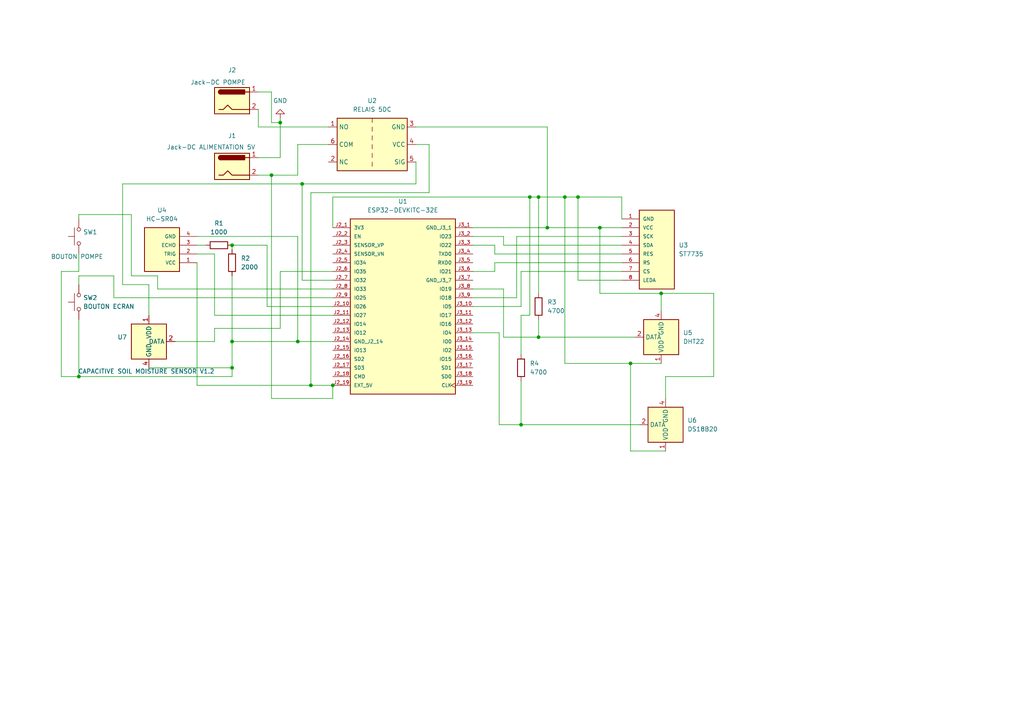
<source format=kicad_sch>
(kicad_sch
	(version 20250114)
	(generator "eeschema")
	(generator_version "9.0")
	(uuid "dd79e5e0-8ac6-4027-a0d6-a83ca30f0274")
	(paper "A4")
	(lib_symbols
		(symbol "Connector:Jack-DC"
			(pin_names
				(offset 1.016)
			)
			(exclude_from_sim no)
			(in_bom yes)
			(on_board yes)
			(property "Reference" "J"
				(at 0 5.334 0)
				(effects
					(font
						(size 1.27 1.27)
					)
				)
			)
			(property "Value" "Jack-DC"
				(at 0 -5.08 0)
				(effects
					(font
						(size 1.27 1.27)
					)
				)
			)
			(property "Footprint" ""
				(at 1.27 -1.016 0)
				(effects
					(font
						(size 1.27 1.27)
					)
					(hide yes)
				)
			)
			(property "Datasheet" "~"
				(at 1.27 -1.016 0)
				(effects
					(font
						(size 1.27 1.27)
					)
					(hide yes)
				)
			)
			(property "Description" "DC Barrel Jack"
				(at 0 0 0)
				(effects
					(font
						(size 1.27 1.27)
					)
					(hide yes)
				)
			)
			(property "ki_keywords" "DC power barrel jack connector"
				(at 0 0 0)
				(effects
					(font
						(size 1.27 1.27)
					)
					(hide yes)
				)
			)
			(property "ki_fp_filters" "BarrelJack*"
				(at 0 0 0)
				(effects
					(font
						(size 1.27 1.27)
					)
					(hide yes)
				)
			)
			(symbol "Jack-DC_0_1"
				(rectangle
					(start -5.08 3.81)
					(end 5.08 -3.81)
					(stroke
						(width 0.254)
						(type default)
					)
					(fill
						(type background)
					)
				)
				(polyline
					(pts
						(xy -3.81 -2.54) (xy -2.54 -2.54) (xy -1.27 -1.27) (xy 0 -2.54) (xy 2.54 -2.54) (xy 5.08 -2.54)
					)
					(stroke
						(width 0.254)
						(type default)
					)
					(fill
						(type none)
					)
				)
				(arc
					(start -3.302 1.905)
					(mid -3.9343 2.54)
					(end -3.302 3.175)
					(stroke
						(width 0.254)
						(type default)
					)
					(fill
						(type none)
					)
				)
				(arc
					(start -3.302 1.905)
					(mid -3.9343 2.54)
					(end -3.302 3.175)
					(stroke
						(width 0.254)
						(type default)
					)
					(fill
						(type outline)
					)
				)
				(rectangle
					(start 3.683 3.175)
					(end -3.302 1.905)
					(stroke
						(width 0.254)
						(type default)
					)
					(fill
						(type outline)
					)
				)
				(polyline
					(pts
						(xy 5.08 2.54) (xy 3.81 2.54)
					)
					(stroke
						(width 0.254)
						(type default)
					)
					(fill
						(type none)
					)
				)
			)
			(symbol "Jack-DC_1_1"
				(pin passive line
					(at 7.62 2.54 180)
					(length 2.54)
					(name "~"
						(effects
							(font
								(size 1.27 1.27)
							)
						)
					)
					(number "1"
						(effects
							(font
								(size 1.27 1.27)
							)
						)
					)
				)
				(pin passive line
					(at 7.62 -2.54 180)
					(length 2.54)
					(name "~"
						(effects
							(font
								(size 1.27 1.27)
							)
						)
					)
					(number "2"
						(effects
							(font
								(size 1.27 1.27)
							)
						)
					)
				)
			)
			(embedded_fonts no)
		)
		(symbol "Converter_DCDC:JTD1548D05"
			(exclude_from_sim no)
			(in_bom yes)
			(on_board yes)
			(property "Reference" "U2"
				(at 0 12.7 0)
				(effects
					(font
						(size 1.27 1.27)
					)
				)
			)
			(property "Value" "RELAIS 5DC"
				(at 0 10.16 0)
				(effects
					(font
						(size 1.27 1.27)
					)
				)
			)
			(property "Footprint" "Converter_DCDC:Converter_DCDC_XP_POWER_JTDxxxxxxx_THT"
				(at 0 -10.16 0)
				(effects
					(font
						(size 1.27 1.27)
					)
					(hide yes)
				)
			)
			(property "Datasheet" "https://www.xppower.com/portals/0/pdfs/SF_JTD15.pdf"
				(at -0.635 0 0)
				(effects
					(font
						(size 1.27 1.27)
					)
					(hide yes)
				)
			)
			(property "Description" "Isolated 15W 4:1 input DC/DC converter module, 18-75V input voltage, ±5V output voltage, DIP"
				(at 0 0 0)
				(effects
					(font
						(size 1.27 1.27)
					)
					(hide yes)
				)
			)
			(property "ki_keywords" "isolated isolation dc-dc converter step-down dual"
				(at 0 0 0)
				(effects
					(font
						(size 1.27 1.27)
					)
					(hide yes)
				)
			)
			(property "ki_fp_filters" "Converter*DCDC*XP?POWER*JTDxxxxxxx*"
				(at 0 0 0)
				(effects
					(font
						(size 1.27 1.27)
					)
					(hide yes)
				)
			)
			(symbol "JTD1548D05_0_1"
				(rectangle
					(start -10.16 7.62)
					(end 10.16 -7.62)
					(stroke
						(width 0.254)
						(type default)
					)
					(fill
						(type background)
					)
				)
				(polyline
					(pts
						(xy 0 7.62) (xy 0 6.35)
					)
					(stroke
						(width 0)
						(type default)
					)
					(fill
						(type none)
					)
				)
				(polyline
					(pts
						(xy 0 5.08) (xy 0 3.81)
					)
					(stroke
						(width 0)
						(type default)
					)
					(fill
						(type none)
					)
				)
				(polyline
					(pts
						(xy 0 2.54) (xy 0 1.27)
					)
					(stroke
						(width 0)
						(type default)
					)
					(fill
						(type none)
					)
				)
				(polyline
					(pts
						(xy 0 0) (xy 0 -1.27)
					)
					(stroke
						(width 0)
						(type default)
					)
					(fill
						(type none)
					)
				)
				(polyline
					(pts
						(xy 0 -2.54) (xy 0 -3.81)
					)
					(stroke
						(width 0)
						(type default)
					)
					(fill
						(type none)
					)
				)
				(polyline
					(pts
						(xy 0 -5.08) (xy 0 -6.35)
					)
					(stroke
						(width 0)
						(type default)
					)
					(fill
						(type none)
					)
				)
			)
			(symbol "JTD1548D05_1_1"
				(pin power_in line
					(at -12.7 5.08 0)
					(length 2.54)
					(name "NO"
						(effects
							(font
								(size 1.27 1.27)
							)
						)
					)
					(number "1"
						(effects
							(font
								(size 1.27 1.27)
							)
						)
					)
				)
				(pin input line
					(at -12.7 0 0)
					(length 2.54)
					(name "COM"
						(effects
							(font
								(size 1.27 1.27)
							)
						)
					)
					(number "6"
						(effects
							(font
								(size 1.27 1.27)
							)
						)
					)
				)
				(pin power_in line
					(at -12.7 -5.08 0)
					(length 2.54)
					(name "NC"
						(effects
							(font
								(size 1.27 1.27)
							)
						)
					)
					(number "2"
						(effects
							(font
								(size 1.27 1.27)
							)
						)
					)
				)
				(pin power_out line
					(at 12.7 5.08 180)
					(length 2.54)
					(name "GND"
						(effects
							(font
								(size 1.27 1.27)
							)
						)
					)
					(number "3"
						(effects
							(font
								(size 1.27 1.27)
							)
						)
					)
				)
				(pin power_out line
					(at 12.7 0 180)
					(length 2.54)
					(name "VCC"
						(effects
							(font
								(size 1.27 1.27)
							)
						)
					)
					(number "4"
						(effects
							(font
								(size 1.27 1.27)
							)
						)
					)
				)
				(pin power_out line
					(at 12.7 -5.08 180)
					(length 2.54)
					(name "SIG"
						(effects
							(font
								(size 1.27 1.27)
							)
						)
					)
					(number "5"
						(effects
							(font
								(size 1.27 1.27)
							)
						)
					)
				)
			)
			(embedded_fonts no)
		)
		(symbol "Device:R"
			(pin_numbers
				(hide yes)
			)
			(pin_names
				(offset 0)
			)
			(exclude_from_sim no)
			(in_bom yes)
			(on_board yes)
			(property "Reference" "R"
				(at 2.032 0 90)
				(effects
					(font
						(size 1.27 1.27)
					)
				)
			)
			(property "Value" "R"
				(at 0 0 90)
				(effects
					(font
						(size 1.27 1.27)
					)
				)
			)
			(property "Footprint" ""
				(at -1.778 0 90)
				(effects
					(font
						(size 1.27 1.27)
					)
					(hide yes)
				)
			)
			(property "Datasheet" "~"
				(at 0 0 0)
				(effects
					(font
						(size 1.27 1.27)
					)
					(hide yes)
				)
			)
			(property "Description" "Resistor"
				(at 0 0 0)
				(effects
					(font
						(size 1.27 1.27)
					)
					(hide yes)
				)
			)
			(property "ki_keywords" "R res resistor"
				(at 0 0 0)
				(effects
					(font
						(size 1.27 1.27)
					)
					(hide yes)
				)
			)
			(property "ki_fp_filters" "R_*"
				(at 0 0 0)
				(effects
					(font
						(size 1.27 1.27)
					)
					(hide yes)
				)
			)
			(symbol "R_0_1"
				(rectangle
					(start -1.016 -2.54)
					(end 1.016 2.54)
					(stroke
						(width 0.254)
						(type default)
					)
					(fill
						(type none)
					)
				)
			)
			(symbol "R_1_1"
				(pin passive line
					(at 0 3.81 270)
					(length 1.27)
					(name "~"
						(effects
							(font
								(size 1.27 1.27)
							)
						)
					)
					(number "1"
						(effects
							(font
								(size 1.27 1.27)
							)
						)
					)
				)
				(pin passive line
					(at 0 -3.81 90)
					(length 1.27)
					(name "~"
						(effects
							(font
								(size 1.27 1.27)
							)
						)
					)
					(number "2"
						(effects
							(font
								(size 1.27 1.27)
							)
						)
					)
				)
			)
			(embedded_fonts no)
		)
		(symbol "ESP32-DEVKITC-32E:ESP32-DEVKITC-32E"
			(pin_names
				(offset 1.016)
			)
			(exclude_from_sim no)
			(in_bom yes)
			(on_board yes)
			(property "Reference" "U"
				(at -15.24 26.162 0)
				(effects
					(font
						(size 1.27 1.27)
					)
					(justify left bottom)
				)
			)
			(property "Value" "ESP32-DEVKITC-32E"
				(at -15.24 -27.94 0)
				(effects
					(font
						(size 1.27 1.27)
					)
					(justify left bottom)
				)
			)
			(property "Footprint" "ESP32-DEVKITC-32E:MODULE_ESP32-DEVKITC-32E"
				(at 0 0 0)
				(effects
					(font
						(size 1.27 1.27)
					)
					(justify bottom)
					(hide yes)
				)
			)
			(property "Datasheet" ""
				(at 0 0 0)
				(effects
					(font
						(size 1.27 1.27)
					)
					(hide yes)
				)
			)
			(property "Description" ""
				(at 0 0 0)
				(effects
					(font
						(size 1.27 1.27)
					)
					(hide yes)
				)
			)
			(property "MF" "Espressif Systems"
				(at 0 0 0)
				(effects
					(font
						(size 1.27 1.27)
					)
					(justify bottom)
					(hide yes)
				)
			)
			(property "Description_1" "The ESP32-DEVKITC-32E transceiver evaluation board from Espressif Systems is a powerful development tool for wireless communication technologies. It supports 802.11 b/g/n Wi-Fi and Bluetooth® Smart Ready 4.x (BLE) dual-mode at 2.4GHz, making it ideal for a variety of IoT applications. Equipped with a PCB antenna and 4MB flash, this board provides reliable connectivity and ample memory for developing and testing RF, RFID, and wireless solutions."
				(at 0 0 0)
				(effects
					(font
						(size 1.27 1.27)
					)
					(justify bottom)
					(hide yes)
				)
			)
			(property "Package" "None"
				(at 0 0 0)
				(effects
					(font
						(size 1.27 1.27)
					)
					(justify bottom)
					(hide yes)
				)
			)
			(property "Price" "None"
				(at 0 0 0)
				(effects
					(font
						(size 1.27 1.27)
					)
					(justify bottom)
					(hide yes)
				)
			)
			(property "Check_prices" "https://www.snapeda.com/parts/ESP32-DEVKITC-32E/Espressif+Systems/view-part/?ref=eda"
				(at 0 0 0)
				(effects
					(font
						(size 1.27 1.27)
					)
					(justify bottom)
					(hide yes)
				)
			)
			(property "STANDARD" "Manufacturer Recommendations"
				(at 0 0 0)
				(effects
					(font
						(size 1.27 1.27)
					)
					(justify bottom)
					(hide yes)
				)
			)
			(property "PARTREV" "1.4"
				(at 0 0 0)
				(effects
					(font
						(size 1.27 1.27)
					)
					(justify bottom)
					(hide yes)
				)
			)
			(property "SnapEDA_Link" "https://www.snapeda.com/parts/ESP32-DEVKITC-32E/Espressif+Systems/view-part/?ref=snap"
				(at 0 0 0)
				(effects
					(font
						(size 1.27 1.27)
					)
					(justify bottom)
					(hide yes)
				)
			)
			(property "MP" "ESP32-DEVKITC-32E"
				(at 0 0 0)
				(effects
					(font
						(size 1.27 1.27)
					)
					(justify bottom)
					(hide yes)
				)
			)
			(property "Availability" "In Stock"
				(at 0 0 0)
				(effects
					(font
						(size 1.27 1.27)
					)
					(justify bottom)
					(hide yes)
				)
			)
			(property "MANUFACTURER" "Espressif Systems"
				(at 0 0 0)
				(effects
					(font
						(size 1.27 1.27)
					)
					(justify bottom)
					(hide yes)
				)
			)
			(symbol "ESP32-DEVKITC-32E_0_0"
				(rectangle
					(start -15.24 -25.4)
					(end 15.24 25.4)
					(stroke
						(width 0.254)
						(type default)
					)
					(fill
						(type background)
					)
				)
				(pin power_in line
					(at -20.32 22.86 0)
					(length 5.08)
					(name "3V3"
						(effects
							(font
								(size 1.016 1.016)
							)
						)
					)
					(number "J2_1"
						(effects
							(font
								(size 1.016 1.016)
							)
						)
					)
				)
				(pin input line
					(at -20.32 20.32 0)
					(length 5.08)
					(name "EN"
						(effects
							(font
								(size 1.016 1.016)
							)
						)
					)
					(number "J2_2"
						(effects
							(font
								(size 1.016 1.016)
							)
						)
					)
				)
				(pin bidirectional line
					(at -20.32 17.78 0)
					(length 5.08)
					(name "SENSOR_VP"
						(effects
							(font
								(size 1.016 1.016)
							)
						)
					)
					(number "J2_3"
						(effects
							(font
								(size 1.016 1.016)
							)
						)
					)
				)
				(pin bidirectional line
					(at -20.32 15.24 0)
					(length 5.08)
					(name "SENSOR_VN"
						(effects
							(font
								(size 1.016 1.016)
							)
						)
					)
					(number "J2_4"
						(effects
							(font
								(size 1.016 1.016)
							)
						)
					)
				)
				(pin bidirectional line
					(at -20.32 12.7 0)
					(length 5.08)
					(name "IO34"
						(effects
							(font
								(size 1.016 1.016)
							)
						)
					)
					(number "J2_5"
						(effects
							(font
								(size 1.016 1.016)
							)
						)
					)
				)
				(pin bidirectional line
					(at -20.32 10.16 0)
					(length 5.08)
					(name "IO35"
						(effects
							(font
								(size 1.016 1.016)
							)
						)
					)
					(number "J2_6"
						(effects
							(font
								(size 1.016 1.016)
							)
						)
					)
				)
				(pin bidirectional line
					(at -20.32 7.62 0)
					(length 5.08)
					(name "IO32"
						(effects
							(font
								(size 1.016 1.016)
							)
						)
					)
					(number "J2_7"
						(effects
							(font
								(size 1.016 1.016)
							)
						)
					)
				)
				(pin bidirectional line
					(at -20.32 5.08 0)
					(length 5.08)
					(name "IO33"
						(effects
							(font
								(size 1.016 1.016)
							)
						)
					)
					(number "J2_8"
						(effects
							(font
								(size 1.016 1.016)
							)
						)
					)
				)
				(pin bidirectional line
					(at -20.32 2.54 0)
					(length 5.08)
					(name "IO25"
						(effects
							(font
								(size 1.016 1.016)
							)
						)
					)
					(number "J2_9"
						(effects
							(font
								(size 1.016 1.016)
							)
						)
					)
				)
				(pin bidirectional line
					(at -20.32 0 0)
					(length 5.08)
					(name "IO26"
						(effects
							(font
								(size 1.016 1.016)
							)
						)
					)
					(number "J2_10"
						(effects
							(font
								(size 1.016 1.016)
							)
						)
					)
				)
				(pin bidirectional line
					(at -20.32 -2.54 0)
					(length 5.08)
					(name "IO27"
						(effects
							(font
								(size 1.016 1.016)
							)
						)
					)
					(number "J2_11"
						(effects
							(font
								(size 1.016 1.016)
							)
						)
					)
				)
				(pin bidirectional line
					(at -20.32 -5.08 0)
					(length 5.08)
					(name "IO14"
						(effects
							(font
								(size 1.016 1.016)
							)
						)
					)
					(number "J2_12"
						(effects
							(font
								(size 1.016 1.016)
							)
						)
					)
				)
				(pin bidirectional line
					(at -20.32 -7.62 0)
					(length 5.08)
					(name "IO12"
						(effects
							(font
								(size 1.016 1.016)
							)
						)
					)
					(number "J2_13"
						(effects
							(font
								(size 1.016 1.016)
							)
						)
					)
				)
				(pin power_in line
					(at -20.32 -10.16 0)
					(length 5.08)
					(name "GND_J2_14"
						(effects
							(font
								(size 1.016 1.016)
							)
						)
					)
					(number "J2_14"
						(effects
							(font
								(size 1.016 1.016)
							)
						)
					)
				)
				(pin bidirectional line
					(at -20.32 -12.7 0)
					(length 5.08)
					(name "IO13"
						(effects
							(font
								(size 1.016 1.016)
							)
						)
					)
					(number "J2_15"
						(effects
							(font
								(size 1.016 1.016)
							)
						)
					)
				)
				(pin bidirectional line
					(at -20.32 -15.24 0)
					(length 5.08)
					(name "SD2"
						(effects
							(font
								(size 1.016 1.016)
							)
						)
					)
					(number "J2_16"
						(effects
							(font
								(size 1.016 1.016)
							)
						)
					)
				)
				(pin bidirectional line
					(at -20.32 -17.78 0)
					(length 5.08)
					(name "SD3"
						(effects
							(font
								(size 1.016 1.016)
							)
						)
					)
					(number "J2_17"
						(effects
							(font
								(size 1.016 1.016)
							)
						)
					)
				)
				(pin bidirectional line
					(at -20.32 -20.32 0)
					(length 5.08)
					(name "CMD"
						(effects
							(font
								(size 1.016 1.016)
							)
						)
					)
					(number "J2_18"
						(effects
							(font
								(size 1.016 1.016)
							)
						)
					)
				)
				(pin power_in line
					(at -20.32 -22.86 0)
					(length 5.08)
					(name "EXT_5V"
						(effects
							(font
								(size 1.016 1.016)
							)
						)
					)
					(number "J2_19"
						(effects
							(font
								(size 1.016 1.016)
							)
						)
					)
				)
				(pin power_in line
					(at 20.32 22.86 180)
					(length 5.08)
					(name "GND_J3_1"
						(effects
							(font
								(size 1.016 1.016)
							)
						)
					)
					(number "J3_1"
						(effects
							(font
								(size 1.016 1.016)
							)
						)
					)
				)
				(pin bidirectional line
					(at 20.32 20.32 180)
					(length 5.08)
					(name "IO23"
						(effects
							(font
								(size 1.016 1.016)
							)
						)
					)
					(number "J3_2"
						(effects
							(font
								(size 1.016 1.016)
							)
						)
					)
				)
				(pin bidirectional line
					(at 20.32 17.78 180)
					(length 5.08)
					(name "IO22"
						(effects
							(font
								(size 1.016 1.016)
							)
						)
					)
					(number "J3_3"
						(effects
							(font
								(size 1.016 1.016)
							)
						)
					)
				)
				(pin bidirectional line
					(at 20.32 15.24 180)
					(length 5.08)
					(name "TXD0"
						(effects
							(font
								(size 1.016 1.016)
							)
						)
					)
					(number "J3_4"
						(effects
							(font
								(size 1.016 1.016)
							)
						)
					)
				)
				(pin bidirectional line
					(at 20.32 12.7 180)
					(length 5.08)
					(name "RXD0"
						(effects
							(font
								(size 1.016 1.016)
							)
						)
					)
					(number "J3_5"
						(effects
							(font
								(size 1.016 1.016)
							)
						)
					)
				)
				(pin bidirectional line
					(at 20.32 10.16 180)
					(length 5.08)
					(name "IO21"
						(effects
							(font
								(size 1.016 1.016)
							)
						)
					)
					(number "J3_6"
						(effects
							(font
								(size 1.016 1.016)
							)
						)
					)
				)
				(pin power_in line
					(at 20.32 7.62 180)
					(length 5.08)
					(name "GND_J3_7"
						(effects
							(font
								(size 1.016 1.016)
							)
						)
					)
					(number "J3_7"
						(effects
							(font
								(size 1.016 1.016)
							)
						)
					)
				)
				(pin bidirectional line
					(at 20.32 5.08 180)
					(length 5.08)
					(name "IO19"
						(effects
							(font
								(size 1.016 1.016)
							)
						)
					)
					(number "J3_8"
						(effects
							(font
								(size 1.016 1.016)
							)
						)
					)
				)
				(pin bidirectional line
					(at 20.32 2.54 180)
					(length 5.08)
					(name "IO18"
						(effects
							(font
								(size 1.016 1.016)
							)
						)
					)
					(number "J3_9"
						(effects
							(font
								(size 1.016 1.016)
							)
						)
					)
				)
				(pin bidirectional line
					(at 20.32 0 180)
					(length 5.08)
					(name "IO5"
						(effects
							(font
								(size 1.016 1.016)
							)
						)
					)
					(number "J3_10"
						(effects
							(font
								(size 1.016 1.016)
							)
						)
					)
				)
				(pin bidirectional line
					(at 20.32 -2.54 180)
					(length 5.08)
					(name "IO17"
						(effects
							(font
								(size 1.016 1.016)
							)
						)
					)
					(number "J3_11"
						(effects
							(font
								(size 1.016 1.016)
							)
						)
					)
				)
				(pin bidirectional line
					(at 20.32 -5.08 180)
					(length 5.08)
					(name "IO16"
						(effects
							(font
								(size 1.016 1.016)
							)
						)
					)
					(number "J3_12"
						(effects
							(font
								(size 1.016 1.016)
							)
						)
					)
				)
				(pin bidirectional line
					(at 20.32 -7.62 180)
					(length 5.08)
					(name "IO4"
						(effects
							(font
								(size 1.016 1.016)
							)
						)
					)
					(number "J3_13"
						(effects
							(font
								(size 1.016 1.016)
							)
						)
					)
				)
				(pin bidirectional line
					(at 20.32 -10.16 180)
					(length 5.08)
					(name "IO0"
						(effects
							(font
								(size 1.016 1.016)
							)
						)
					)
					(number "J3_14"
						(effects
							(font
								(size 1.016 1.016)
							)
						)
					)
				)
				(pin bidirectional line
					(at 20.32 -12.7 180)
					(length 5.08)
					(name "IO2"
						(effects
							(font
								(size 1.016 1.016)
							)
						)
					)
					(number "J3_15"
						(effects
							(font
								(size 1.016 1.016)
							)
						)
					)
				)
				(pin bidirectional line
					(at 20.32 -15.24 180)
					(length 5.08)
					(name "IO15"
						(effects
							(font
								(size 1.016 1.016)
							)
						)
					)
					(number "J3_16"
						(effects
							(font
								(size 1.016 1.016)
							)
						)
					)
				)
				(pin bidirectional line
					(at 20.32 -17.78 180)
					(length 5.08)
					(name "SD1"
						(effects
							(font
								(size 1.016 1.016)
							)
						)
					)
					(number "J3_17"
						(effects
							(font
								(size 1.016 1.016)
							)
						)
					)
				)
				(pin bidirectional line
					(at 20.32 -20.32 180)
					(length 5.08)
					(name "SD0"
						(effects
							(font
								(size 1.016 1.016)
							)
						)
					)
					(number "J3_18"
						(effects
							(font
								(size 1.016 1.016)
							)
						)
					)
				)
				(pin bidirectional clock
					(at 20.32 -22.86 180)
					(length 5.08)
					(name "CLK"
						(effects
							(font
								(size 1.016 1.016)
							)
						)
					)
					(number "J3_19"
						(effects
							(font
								(size 1.016 1.016)
							)
						)
					)
				)
			)
			(embedded_fonts no)
		)
		(symbol "HC-SR04:HC-SR04"
			(pin_names
				(offset 1.016)
			)
			(exclude_from_sim no)
			(in_bom yes)
			(on_board yes)
			(property "Reference" "U3"
				(at 12.7 -9.652 0)
				(effects
					(font
						(size 1.27 1.27)
					)
				)
			)
			(property "Value" "ST7735"
				(at 18.288 -9.652 0)
				(effects
					(font
						(size 1.27 1.27)
					)
				)
			)
			(property "Footprint" "HC-SR04:XCVR_HC-SR04"
				(at -0.762 6.35 0)
				(effects
					(font
						(size 1.27 1.27)
					)
					(justify bottom)
					(hide yes)
				)
			)
			(property "Datasheet" ""
				(at 0 0 0)
				(effects
					(font
						(size 1.27 1.27)
					)
					(hide yes)
				)
			)
			(property "Description" ""
				(at 0 0 0)
				(effects
					(font
						(size 1.27 1.27)
					)
					(hide yes)
				)
			)
			(property "MF" "OSEPP"
				(at 0 0 0)
				(effects
					(font
						(size 1.27 1.27)
					)
					(justify bottom)
					(hide yes)
				)
			)
			(property "Description_1" "Ultrasonic Sensor Module,Rectangular,20-4000 mm,5 V,15 mA,Arduino Compatible | OSEPP HC-SR04"
				(at 0 0 0)
				(effects
					(font
						(size 1.27 1.27)
					)
					(justify bottom)
					(hide yes)
				)
			)
			(property "Package" "None"
				(at 0 0 0)
				(effects
					(font
						(size 1.27 1.27)
					)
					(justify bottom)
					(hide yes)
				)
			)
			(property "Price" "None"
				(at 0 0 0)
				(effects
					(font
						(size 1.27 1.27)
					)
					(justify bottom)
					(hide yes)
				)
			)
			(property "Check_prices" "https://www.snapeda.com/parts/HC-SR04/OSEPP/view-part/?ref=eda"
				(at 0 0 0)
				(effects
					(font
						(size 1.27 1.27)
					)
					(justify bottom)
					(hide yes)
				)
			)
			(property "SnapEDA_Link" "https://www.snapeda.com/parts/HC-SR04/OSEPP/view-part/?ref=snap"
				(at 0 0 0)
				(effects
					(font
						(size 1.27 1.27)
					)
					(justify bottom)
					(hide yes)
				)
			)
			(property "MP" "HC-SR04"
				(at 0 0 0)
				(effects
					(font
						(size 1.27 1.27)
					)
					(justify bottom)
					(hide yes)
				)
			)
			(property "Availability" "In Stock"
				(at 0 0 0)
				(effects
					(font
						(size 1.27 1.27)
					)
					(justify bottom)
					(hide yes)
				)
			)
			(property "MANUFACTURER" "Osepp"
				(at 0 0 0)
				(effects
					(font
						(size 1.27 1.27)
					)
					(justify bottom)
					(hide yes)
				)
			)
			(symbol "HC-SR04_0_0"
				(rectangle
					(start 0 5.08)
					(end 10.16 -17.78)
					(stroke
						(width 0.254)
						(type default)
					)
					(fill
						(type background)
					)
				)
			)
			(symbol "HC-SR04_1_0"
				(pin power_in line
					(at -5.08 2.54 0)
					(length 5.08)
					(name "GND"
						(effects
							(font
								(size 1.016 1.016)
							)
						)
					)
					(number "1"
						(effects
							(font
								(size 1.016 1.016)
							)
						)
					)
				)
				(pin bidirectional line
					(at -5.08 0 0)
					(length 5.08)
					(name "VCC"
						(effects
							(font
								(size 1.016 1.016)
							)
						)
					)
					(number "2"
						(effects
							(font
								(size 1.016 1.016)
							)
						)
					)
				)
				(pin bidirectional line
					(at -5.08 -2.54 0)
					(length 5.08)
					(name "SCK"
						(effects
							(font
								(size 1.016 1.016)
							)
						)
					)
					(number "3"
						(effects
							(font
								(size 1.016 1.016)
							)
						)
					)
				)
				(pin power_in line
					(at -5.08 -5.08 0)
					(length 5.08)
					(name "SDA"
						(effects
							(font
								(size 1.016 1.016)
							)
						)
					)
					(number "4"
						(effects
							(font
								(size 1.016 1.016)
							)
						)
					)
				)
				(pin power_in line
					(at -5.08 -7.62 0)
					(length 5.08)
					(name "RES"
						(effects
							(font
								(size 1.016 1.016)
							)
						)
					)
					(number "5"
						(effects
							(font
								(size 1.016 1.016)
							)
						)
					)
				)
				(pin power_in line
					(at -5.08 -10.16 0)
					(length 5.08)
					(name "RS"
						(effects
							(font
								(size 1.016 1.016)
							)
						)
					)
					(number "6"
						(effects
							(font
								(size 1.016 1.016)
							)
						)
					)
				)
				(pin power_in line
					(at -5.08 -12.7 0)
					(length 5.08)
					(name "CS"
						(effects
							(font
								(size 1.016 1.016)
							)
						)
					)
					(number "7"
						(effects
							(font
								(size 1.016 1.016)
							)
						)
					)
				)
				(pin power_in line
					(at -5.08 -15.24 0)
					(length 5.08)
					(name "LEDA"
						(effects
							(font
								(size 1.016 1.016)
							)
						)
					)
					(number "8"
						(effects
							(font
								(size 1.016 1.016)
							)
						)
					)
				)
			)
			(embedded_fonts no)
		)
		(symbol "HC-SR04_1"
			(pin_names
				(offset 1.016)
			)
			(exclude_from_sim no)
			(in_bom yes)
			(on_board yes)
			(property "Reference" "U"
				(at 0 5.0813 0)
				(effects
					(font
						(size 1.27 1.27)
					)
					(justify left bottom)
				)
			)
			(property "Value" "HC-SR04"
				(at 0 -10.163 0)
				(effects
					(font
						(size 1.27 1.27)
					)
					(justify left bottom)
				)
			)
			(property "Footprint" "HC-SR04:XCVR_HC-SR04"
				(at 0 0 0)
				(effects
					(font
						(size 1.27 1.27)
					)
					(justify bottom)
					(hide yes)
				)
			)
			(property "Datasheet" ""
				(at 0 0 0)
				(effects
					(font
						(size 1.27 1.27)
					)
					(hide yes)
				)
			)
			(property "Description" ""
				(at 0 0 0)
				(effects
					(font
						(size 1.27 1.27)
					)
					(hide yes)
				)
			)
			(property "MF" "OSEPP"
				(at 0 0 0)
				(effects
					(font
						(size 1.27 1.27)
					)
					(justify bottom)
					(hide yes)
				)
			)
			(property "Description_1" "Ultrasonic Sensor Module,Rectangular,20-4000 mm,5 V,15 mA,Arduino Compatible | OSEPP HC-SR04"
				(at 0 0 0)
				(effects
					(font
						(size 1.27 1.27)
					)
					(justify bottom)
					(hide yes)
				)
			)
			(property "Package" "None"
				(at 0 0 0)
				(effects
					(font
						(size 1.27 1.27)
					)
					(justify bottom)
					(hide yes)
				)
			)
			(property "Price" "None"
				(at 0 0 0)
				(effects
					(font
						(size 1.27 1.27)
					)
					(justify bottom)
					(hide yes)
				)
			)
			(property "Check_prices" "https://www.snapeda.com/parts/HC-SR04/OSEPP/view-part/?ref=eda"
				(at 0 0 0)
				(effects
					(font
						(size 1.27 1.27)
					)
					(justify bottom)
					(hide yes)
				)
			)
			(property "SnapEDA_Link" "https://www.snapeda.com/parts/HC-SR04/OSEPP/view-part/?ref=snap"
				(at 0 0 0)
				(effects
					(font
						(size 1.27 1.27)
					)
					(justify bottom)
					(hide yes)
				)
			)
			(property "MP" "HC-SR04"
				(at 0 0 0)
				(effects
					(font
						(size 1.27 1.27)
					)
					(justify bottom)
					(hide yes)
				)
			)
			(property "Availability" "In Stock"
				(at 0 0 0)
				(effects
					(font
						(size 1.27 1.27)
					)
					(justify bottom)
					(hide yes)
				)
			)
			(property "MANUFACTURER" "Osepp"
				(at 0 0 0)
				(effects
					(font
						(size 1.27 1.27)
					)
					(justify bottom)
					(hide yes)
				)
			)
			(symbol "HC-SR04_1_0_0"
				(rectangle
					(start 0 -7.62)
					(end 10.16 5.08)
					(stroke
						(width 0.254)
						(type default)
					)
					(fill
						(type background)
					)
				)
				(pin power_in line
					(at -5.08 2.54 0)
					(length 5.08)
					(name "VCC"
						(effects
							(font
								(size 1.016 1.016)
							)
						)
					)
					(number "1"
						(effects
							(font
								(size 1.016 1.016)
							)
						)
					)
				)
				(pin bidirectional line
					(at -5.08 0 0)
					(length 5.08)
					(name "TRIG"
						(effects
							(font
								(size 1.016 1.016)
							)
						)
					)
					(number "2"
						(effects
							(font
								(size 1.016 1.016)
							)
						)
					)
				)
				(pin bidirectional line
					(at -5.08 -2.54 0)
					(length 5.08)
					(name "ECHO"
						(effects
							(font
								(size 1.016 1.016)
							)
						)
					)
					(number "3"
						(effects
							(font
								(size 1.016 1.016)
							)
						)
					)
				)
				(pin power_in line
					(at -5.08 -5.08 0)
					(length 5.08)
					(name "GND"
						(effects
							(font
								(size 1.016 1.016)
							)
						)
					)
					(number "4"
						(effects
							(font
								(size 1.016 1.016)
							)
						)
					)
				)
			)
			(embedded_fonts no)
		)
		(symbol "Sensor:DHT11"
			(exclude_from_sim no)
			(in_bom yes)
			(on_board yes)
			(property "Reference" "U"
				(at -3.81 6.35 0)
				(effects
					(font
						(size 1.27 1.27)
					)
				)
			)
			(property "Value" "DHT11"
				(at 3.81 6.35 0)
				(effects
					(font
						(size 1.27 1.27)
					)
				)
			)
			(property "Footprint" "Sensor:Aosong_DHT11_5.5x12.0_P2.54mm"
				(at 0 -10.16 0)
				(effects
					(font
						(size 1.27 1.27)
					)
					(hide yes)
				)
			)
			(property "Datasheet" "http://akizukidenshi.com/download/ds/aosong/DHT11.pdf"
				(at 3.81 6.35 0)
				(effects
					(font
						(size 1.27 1.27)
					)
					(hide yes)
				)
			)
			(property "Description" "3.3V to 5.5V, temperature and humidity module, DHT11"
				(at 0 0 0)
				(effects
					(font
						(size 1.27 1.27)
					)
					(hide yes)
				)
			)
			(property "ki_keywords" "digital sensor"
				(at 0 0 0)
				(effects
					(font
						(size 1.27 1.27)
					)
					(hide yes)
				)
			)
			(property "ki_fp_filters" "Aosong*DHT11*5.5x12.0*P2.54mm*"
				(at 0 0 0)
				(effects
					(font
						(size 1.27 1.27)
					)
					(hide yes)
				)
			)
			(symbol "DHT11_0_1"
				(rectangle
					(start -5.08 5.08)
					(end 5.08 -5.08)
					(stroke
						(width 0.254)
						(type default)
					)
					(fill
						(type background)
					)
				)
			)
			(symbol "DHT11_1_1"
				(pin no_connect line
					(at -5.08 0 0)
					(length 2.54)
					(hide yes)
					(name "NC"
						(effects
							(font
								(size 1.27 1.27)
							)
						)
					)
					(number "3"
						(effects
							(font
								(size 1.27 1.27)
							)
						)
					)
				)
				(pin power_in line
					(at 0 7.62 270)
					(length 2.54)
					(name "VDD"
						(effects
							(font
								(size 1.27 1.27)
							)
						)
					)
					(number "1"
						(effects
							(font
								(size 1.27 1.27)
							)
						)
					)
				)
				(pin power_in line
					(at 0 -7.62 90)
					(length 2.54)
					(name "GND"
						(effects
							(font
								(size 1.27 1.27)
							)
						)
					)
					(number "4"
						(effects
							(font
								(size 1.27 1.27)
							)
						)
					)
				)
				(pin bidirectional line
					(at 7.62 0 180)
					(length 2.54)
					(name "DATA"
						(effects
							(font
								(size 1.27 1.27)
							)
						)
					)
					(number "2"
						(effects
							(font
								(size 1.27 1.27)
							)
						)
					)
				)
			)
			(embedded_fonts no)
		)
		(symbol "Switch:SW_Push"
			(pin_numbers
				(hide yes)
			)
			(pin_names
				(offset 1.016)
				(hide yes)
			)
			(exclude_from_sim no)
			(in_bom yes)
			(on_board yes)
			(property "Reference" "SW"
				(at 1.27 2.54 0)
				(effects
					(font
						(size 1.27 1.27)
					)
					(justify left)
				)
			)
			(property "Value" "SW_Push"
				(at 0 -1.524 0)
				(effects
					(font
						(size 1.27 1.27)
					)
				)
			)
			(property "Footprint" ""
				(at 0 5.08 0)
				(effects
					(font
						(size 1.27 1.27)
					)
					(hide yes)
				)
			)
			(property "Datasheet" "~"
				(at 0 5.08 0)
				(effects
					(font
						(size 1.27 1.27)
					)
					(hide yes)
				)
			)
			(property "Description" "Push button switch, generic, two pins"
				(at 0 0 0)
				(effects
					(font
						(size 1.27 1.27)
					)
					(hide yes)
				)
			)
			(property "ki_keywords" "switch normally-open pushbutton push-button"
				(at 0 0 0)
				(effects
					(font
						(size 1.27 1.27)
					)
					(hide yes)
				)
			)
			(symbol "SW_Push_0_1"
				(circle
					(center -2.032 0)
					(radius 0.508)
					(stroke
						(width 0)
						(type default)
					)
					(fill
						(type none)
					)
				)
				(polyline
					(pts
						(xy 0 1.27) (xy 0 3.048)
					)
					(stroke
						(width 0)
						(type default)
					)
					(fill
						(type none)
					)
				)
				(circle
					(center 2.032 0)
					(radius 0.508)
					(stroke
						(width 0)
						(type default)
					)
					(fill
						(type none)
					)
				)
				(polyline
					(pts
						(xy 2.54 1.27) (xy -2.54 1.27)
					)
					(stroke
						(width 0)
						(type default)
					)
					(fill
						(type none)
					)
				)
				(pin passive line
					(at -5.08 0 0)
					(length 2.54)
					(name "1"
						(effects
							(font
								(size 1.27 1.27)
							)
						)
					)
					(number "1"
						(effects
							(font
								(size 1.27 1.27)
							)
						)
					)
				)
				(pin passive line
					(at 5.08 0 180)
					(length 2.54)
					(name "2"
						(effects
							(font
								(size 1.27 1.27)
							)
						)
					)
					(number "2"
						(effects
							(font
								(size 1.27 1.27)
							)
						)
					)
				)
			)
			(embedded_fonts no)
		)
		(symbol "power:GND"
			(power)
			(pin_numbers
				(hide yes)
			)
			(pin_names
				(offset 0)
				(hide yes)
			)
			(exclude_from_sim no)
			(in_bom yes)
			(on_board yes)
			(property "Reference" "#PWR"
				(at 0 -6.35 0)
				(effects
					(font
						(size 1.27 1.27)
					)
					(hide yes)
				)
			)
			(property "Value" "GND"
				(at 0 -3.81 0)
				(effects
					(font
						(size 1.27 1.27)
					)
				)
			)
			(property "Footprint" ""
				(at 0 0 0)
				(effects
					(font
						(size 1.27 1.27)
					)
					(hide yes)
				)
			)
			(property "Datasheet" ""
				(at 0 0 0)
				(effects
					(font
						(size 1.27 1.27)
					)
					(hide yes)
				)
			)
			(property "Description" "Power symbol creates a global label with name \"GND\" , ground"
				(at 0 0 0)
				(effects
					(font
						(size 1.27 1.27)
					)
					(hide yes)
				)
			)
			(property "ki_keywords" "global power"
				(at 0 0 0)
				(effects
					(font
						(size 1.27 1.27)
					)
					(hide yes)
				)
			)
			(symbol "GND_0_1"
				(polyline
					(pts
						(xy 0 0) (xy 0 -1.27) (xy 1.27 -1.27) (xy 0 -2.54) (xy -1.27 -1.27) (xy 0 -1.27)
					)
					(stroke
						(width 0)
						(type default)
					)
					(fill
						(type none)
					)
				)
			)
			(symbol "GND_1_1"
				(pin power_in line
					(at 0 0 270)
					(length 0)
					(name "~"
						(effects
							(font
								(size 1.27 1.27)
							)
						)
					)
					(number "1"
						(effects
							(font
								(size 1.27 1.27)
							)
						)
					)
				)
			)
			(embedded_fonts no)
		)
	)
	(junction
		(at 156.21 97.79)
		(diameter 0)
		(color 0 0 0 0)
		(uuid "13a7d201-a659-4ab6-a74c-647e7a1917d6")
	)
	(junction
		(at 163.83 57.15)
		(diameter 0)
		(color 0 0 0 0)
		(uuid "2cadb0cd-d3fa-4620-b5ea-900bb6482f1c")
	)
	(junction
		(at 86.36 99.06)
		(diameter 0)
		(color 0 0 0 0)
		(uuid "2fb65bdd-7cfc-4039-b782-3beb1aba2dac")
	)
	(junction
		(at 90.17 111.76)
		(diameter 0)
		(color 0 0 0 0)
		(uuid "30c7152b-4b35-4682-aac7-e54da28e41da")
	)
	(junction
		(at 81.28 35.56)
		(diameter 0)
		(color 0 0 0 0)
		(uuid "5f9404ff-f862-4ba6-81e7-218f411a2309")
	)
	(junction
		(at 67.31 99.06)
		(diameter 0)
		(color 0 0 0 0)
		(uuid "720df24e-212f-46b2-baa4-4ed48b4e51ea")
	)
	(junction
		(at 167.64 57.15)
		(diameter 0)
		(color 0 0 0 0)
		(uuid "74125f2d-ff08-4927-b7a0-2ea2b5bbbea5")
	)
	(junction
		(at 87.63 53.34)
		(diameter 0)
		(color 0 0 0 0)
		(uuid "86a7cb01-3fae-48e9-9e23-c9407f0294a6")
	)
	(junction
		(at 96.52 111.76)
		(diameter 0)
		(color 0 0 0 0)
		(uuid "8efad2f7-b136-48e5-8ebf-bec13f3f9b0f")
	)
	(junction
		(at 153.67 57.15)
		(diameter 0)
		(color 0 0 0 0)
		(uuid "931987e9-ea93-4c45-af27-640253f79119")
	)
	(junction
		(at 151.13 123.19)
		(diameter 0)
		(color 0 0 0 0)
		(uuid "9634a87f-7a55-43d3-b97b-60107db32c93")
	)
	(junction
		(at 158.75 66.04)
		(diameter 0)
		(color 0 0 0 0)
		(uuid "98c40809-1176-440c-9c34-bcca4f4cc880")
	)
	(junction
		(at 67.31 71.12)
		(diameter 0)
		(color 0 0 0 0)
		(uuid "98d18888-3f40-4cee-9157-24cb20241c95")
	)
	(junction
		(at 156.21 57.15)
		(diameter 0)
		(color 0 0 0 0)
		(uuid "9f808349-6ec2-4002-b217-09f3eee89975")
	)
	(junction
		(at 78.74 50.8)
		(diameter 0)
		(color 0 0 0 0)
		(uuid "a8a4b2ec-c8b8-4ed1-a248-202081b994d7")
	)
	(junction
		(at 67.31 106.68)
		(diameter 0)
		(color 0 0 0 0)
		(uuid "b239b410-947a-4028-a229-da750f03f96f")
	)
	(junction
		(at 191.77 85.09)
		(diameter 0)
		(color 0 0 0 0)
		(uuid "b25443dd-9778-4202-b3c9-4b029fe12865")
	)
	(junction
		(at 173.99 66.04)
		(diameter 0)
		(color 0 0 0 0)
		(uuid "d8609d3a-f06d-4ce4-a26e-d2aa57d962f9")
	)
	(junction
		(at 182.88 105.41)
		(diameter 0)
		(color 0 0 0 0)
		(uuid "e726bf09-2ce0-47a0-8372-c1af98b81b7d")
	)
	(junction
		(at 22.86 109.22)
		(diameter 0)
		(color 0 0 0 0)
		(uuid "f48eff85-1056-4b3d-b340-bd5ee69e828c")
	)
	(wire
		(pts
			(xy 151.13 78.74) (xy 151.13 88.9)
		)
		(stroke
			(width 0)
			(type default)
		)
		(uuid "028db71b-bab7-4b22-a1fe-4f4677ffafe0")
	)
	(wire
		(pts
			(xy 96.52 88.9) (xy 77.47 88.9)
		)
		(stroke
			(width 0)
			(type default)
		)
		(uuid "0599bb8e-435a-4f97-97b2-3fec1599e9cd")
	)
	(wire
		(pts
			(xy 156.21 97.79) (xy 146.05 97.79)
		)
		(stroke
			(width 0)
			(type default)
		)
		(uuid "0b94b80c-34f7-4a43-b233-ff12ca017ef4")
	)
	(wire
		(pts
			(xy 173.99 66.04) (xy 180.34 66.04)
		)
		(stroke
			(width 0)
			(type default)
		)
		(uuid "0d9d7bca-e69c-4be7-9a4d-1d705043d63e")
	)
	(wire
		(pts
			(xy 45.72 83.82) (xy 45.72 80.01)
		)
		(stroke
			(width 0)
			(type default)
		)
		(uuid "0e3d7cd5-57ea-4dcb-aebb-80c0f60d3021")
	)
	(wire
		(pts
			(xy 153.67 91.44) (xy 153.67 57.15)
		)
		(stroke
			(width 0)
			(type default)
		)
		(uuid "0e48c214-8378-4b79-8658-e330377de484")
	)
	(wire
		(pts
			(xy 22.86 78.74) (xy 17.78 78.74)
		)
		(stroke
			(width 0)
			(type default)
		)
		(uuid "0f5f7671-2568-4054-943b-90433e10f3b3")
	)
	(wire
		(pts
			(xy 146.05 83.82) (xy 137.16 83.82)
		)
		(stroke
			(width 0)
			(type default)
		)
		(uuid "106ecf04-2932-43ad-bdf2-9c2b180ec3f7")
	)
	(wire
		(pts
			(xy 182.88 130.81) (xy 182.88 105.41)
		)
		(stroke
			(width 0)
			(type default)
		)
		(uuid "10814a99-b006-42e0-8f69-aa5c8dd4819d")
	)
	(wire
		(pts
			(xy 90.17 111.76) (xy 96.52 111.76)
		)
		(stroke
			(width 0)
			(type default)
		)
		(uuid "110e61c8-df89-4cc7-a042-e70baf162b26")
	)
	(wire
		(pts
			(xy 167.64 81.28) (xy 167.64 57.15)
		)
		(stroke
			(width 0)
			(type default)
		)
		(uuid "112b33ef-bfcf-4964-8b49-5b0f94d5aaef")
	)
	(wire
		(pts
			(xy 96.52 83.82) (xy 45.72 83.82)
		)
		(stroke
			(width 0)
			(type default)
		)
		(uuid "119b4169-eb81-4408-b101-50c7899771ee")
	)
	(wire
		(pts
			(xy 149.86 68.58) (xy 149.86 86.36)
		)
		(stroke
			(width 0)
			(type default)
		)
		(uuid "11f03791-71d6-4f5a-92cb-e679d369928f")
	)
	(wire
		(pts
			(xy 120.65 41.91) (xy 124.46 41.91)
		)
		(stroke
			(width 0)
			(type default)
		)
		(uuid "15844f5c-46d2-4f6f-b6a9-274ec5b1c388")
	)
	(wire
		(pts
			(xy 158.75 66.04) (xy 137.16 66.04)
		)
		(stroke
			(width 0)
			(type default)
		)
		(uuid "1cc08bce-5dd0-429e-8540-059143e62b39")
	)
	(wire
		(pts
			(xy 67.31 109.22) (xy 67.31 106.68)
		)
		(stroke
			(width 0)
			(type default)
		)
		(uuid "1d7c8d0c-c8ff-4ed7-92c0-bb645bc1c871")
	)
	(wire
		(pts
			(xy 143.51 76.2) (xy 143.51 78.74)
		)
		(stroke
			(width 0)
			(type default)
		)
		(uuid "1dbaa22a-26f7-49e5-99fc-549cb8b02217")
	)
	(wire
		(pts
			(xy 33.02 86.36) (xy 33.02 80.01)
		)
		(stroke
			(width 0)
			(type default)
		)
		(uuid "2273e878-abc9-4b2b-919b-909d364b1a4d")
	)
	(wire
		(pts
			(xy 67.31 71.12) (xy 67.31 72.39)
		)
		(stroke
			(width 0)
			(type default)
		)
		(uuid "23a45868-5bc4-404f-a925-08cc0d435524")
	)
	(wire
		(pts
			(xy 156.21 57.15) (xy 163.83 57.15)
		)
		(stroke
			(width 0)
			(type default)
		)
		(uuid "27cfbf84-cf36-4b3e-96eb-4bfb5de0cc86")
	)
	(wire
		(pts
			(xy 17.78 109.22) (xy 22.86 109.22)
		)
		(stroke
			(width 0)
			(type default)
		)
		(uuid "27fee165-6cdd-411f-a974-3c7a617d87d4")
	)
	(wire
		(pts
			(xy 167.64 57.15) (xy 180.34 57.15)
		)
		(stroke
			(width 0)
			(type default)
		)
		(uuid "282a3781-a2a0-486a-a199-21d596d712cb")
	)
	(wire
		(pts
			(xy 120.65 36.83) (xy 158.75 36.83)
		)
		(stroke
			(width 0)
			(type default)
		)
		(uuid "2873a0f4-2785-4fa7-9bd2-9d0d5b8313ec")
	)
	(wire
		(pts
			(xy 191.77 105.41) (xy 182.88 105.41)
		)
		(stroke
			(width 0)
			(type default)
		)
		(uuid "295bfc75-ce0b-4093-8a66-ffcccdbdd8de")
	)
	(wire
		(pts
			(xy 77.47 88.9) (xy 77.47 71.12)
		)
		(stroke
			(width 0)
			(type default)
		)
		(uuid "37e78793-7a6d-4576-bbe2-525da4c3085f")
	)
	(wire
		(pts
			(xy 193.04 115.57) (xy 193.04 109.22)
		)
		(stroke
			(width 0)
			(type default)
		)
		(uuid "3e4a47a6-31a4-4b5c-9da4-4a1805dd3e44")
	)
	(wire
		(pts
			(xy 96.52 115.57) (xy 96.52 111.76)
		)
		(stroke
			(width 0)
			(type default)
		)
		(uuid "40681dde-ce4e-4a8b-8f8f-1b23601f08a7")
	)
	(wire
		(pts
			(xy 22.86 62.23) (xy 22.86 63.5)
		)
		(stroke
			(width 0)
			(type default)
		)
		(uuid "40b7833b-5e21-4e35-aac4-ca5c46060a3d")
	)
	(wire
		(pts
			(xy 143.51 73.66) (xy 143.51 71.12)
		)
		(stroke
			(width 0)
			(type default)
		)
		(uuid "41e671a6-fe1c-4f70-a88a-2951e2c1ce4b")
	)
	(wire
		(pts
			(xy 57.15 76.2) (xy 57.15 111.76)
		)
		(stroke
			(width 0)
			(type default)
		)
		(uuid "43674896-ea8c-40f6-9d48-6c6d182352ef")
	)
	(wire
		(pts
			(xy 78.74 26.67) (xy 78.74 35.56)
		)
		(stroke
			(width 0)
			(type default)
		)
		(uuid "4779d46a-c85e-40bb-912c-4e277fa7394a")
	)
	(wire
		(pts
			(xy 81.28 34.29) (xy 81.28 35.56)
		)
		(stroke
			(width 0)
			(type default)
		)
		(uuid "4bd55ad7-9e97-4959-b38a-1678c65c1d4e")
	)
	(wire
		(pts
			(xy 163.83 57.15) (xy 167.64 57.15)
		)
		(stroke
			(width 0)
			(type default)
		)
		(uuid "4d7f58be-8c1a-4767-bc15-2b8a0ac6bd56")
	)
	(wire
		(pts
			(xy 78.74 115.57) (xy 96.52 115.57)
		)
		(stroke
			(width 0)
			(type default)
		)
		(uuid "4eaff171-69eb-41fd-bcbd-bf0bf271842e")
	)
	(wire
		(pts
			(xy 62.23 95.25) (xy 81.28 95.25)
		)
		(stroke
			(width 0)
			(type default)
		)
		(uuid "4ebbec92-e6b2-4779-9089-f4302b0110ce")
	)
	(wire
		(pts
			(xy 207.01 85.09) (xy 191.77 85.09)
		)
		(stroke
			(width 0)
			(type default)
		)
		(uuid "4f02b323-eb47-435c-9349-e673a31911ef")
	)
	(wire
		(pts
			(xy 156.21 57.15) (xy 156.21 85.09)
		)
		(stroke
			(width 0)
			(type default)
		)
		(uuid "4f6fdf98-5c11-48a2-b5da-d882faa19347")
	)
	(wire
		(pts
			(xy 57.15 111.76) (xy 90.17 111.76)
		)
		(stroke
			(width 0)
			(type default)
		)
		(uuid "508139ee-7456-4e3b-bca5-7f5d94436b2f")
	)
	(wire
		(pts
			(xy 124.46 41.91) (xy 124.46 55.88)
		)
		(stroke
			(width 0)
			(type default)
		)
		(uuid "537a6652-277b-4403-b1db-9bf9a241adc8")
	)
	(wire
		(pts
			(xy 81.28 78.74) (xy 96.52 78.74)
		)
		(stroke
			(width 0)
			(type default)
		)
		(uuid "54cd2327-49a3-4fff-a0c5-72994cf9cff0")
	)
	(wire
		(pts
			(xy 146.05 71.12) (xy 146.05 68.58)
		)
		(stroke
			(width 0)
			(type default)
		)
		(uuid "55657a07-491d-4444-8670-7e72622fd2fa")
	)
	(wire
		(pts
			(xy 74.93 26.67) (xy 78.74 26.67)
		)
		(stroke
			(width 0)
			(type default)
		)
		(uuid "56777a34-c90d-476d-b347-f1eb18605ab8")
	)
	(wire
		(pts
			(xy 120.65 46.99) (xy 120.65 53.34)
		)
		(stroke
			(width 0)
			(type default)
		)
		(uuid "568fbeff-3501-4b48-9a15-e71bd9aa3b98")
	)
	(wire
		(pts
			(xy 78.74 50.8) (xy 86.36 50.8)
		)
		(stroke
			(width 0)
			(type default)
		)
		(uuid "5894644c-a059-49f3-bffa-057ae91c642a")
	)
	(wire
		(pts
			(xy 77.47 71.12) (xy 67.31 71.12)
		)
		(stroke
			(width 0)
			(type default)
		)
		(uuid "5904e1bd-83f1-483d-9cbb-e92152bd11c5")
	)
	(wire
		(pts
			(xy 120.65 53.34) (xy 87.63 53.34)
		)
		(stroke
			(width 0)
			(type default)
		)
		(uuid "5d16844d-3d0c-4505-89cc-ad7b86fd3dbc")
	)
	(wire
		(pts
			(xy 22.86 73.66) (xy 22.86 78.74)
		)
		(stroke
			(width 0)
			(type default)
		)
		(uuid "5d6f1d44-d0c9-489a-8c7b-e30d6d045b61")
	)
	(wire
		(pts
			(xy 67.31 106.68) (xy 67.31 99.06)
		)
		(stroke
			(width 0)
			(type default)
		)
		(uuid "5fee6f5f-b3d8-428e-ba50-7d18bd1bf5d8")
	)
	(wire
		(pts
			(xy 74.93 45.72) (xy 81.28 45.72)
		)
		(stroke
			(width 0)
			(type default)
		)
		(uuid "617f97bb-a2e8-4e85-ada6-d61fc800b428")
	)
	(wire
		(pts
			(xy 22.86 92.71) (xy 22.86 109.22)
		)
		(stroke
			(width 0)
			(type default)
		)
		(uuid "628a93c6-8813-49bf-ab7a-41109ae0986b")
	)
	(wire
		(pts
			(xy 96.52 86.36) (xy 33.02 86.36)
		)
		(stroke
			(width 0)
			(type default)
		)
		(uuid "62f3518f-507b-4566-b37b-18a23bdee1fd")
	)
	(wire
		(pts
			(xy 62.23 73.66) (xy 62.23 91.44)
		)
		(stroke
			(width 0)
			(type default)
		)
		(uuid "63a76e7c-633a-4f9f-b439-5d0d6a8b47ea")
	)
	(wire
		(pts
			(xy 78.74 50.8) (xy 78.74 115.57)
		)
		(stroke
			(width 0)
			(type default)
		)
		(uuid "679e8d91-947a-48e6-974e-b40961bce514")
	)
	(wire
		(pts
			(xy 22.86 80.01) (xy 22.86 82.55)
		)
		(stroke
			(width 0)
			(type default)
		)
		(uuid "67ab5729-e29c-4caa-b130-094aba892c92")
	)
	(wire
		(pts
			(xy 78.74 35.56) (xy 81.28 35.56)
		)
		(stroke
			(width 0)
			(type default)
		)
		(uuid "6aa2b0e5-7df6-436d-a620-2b5f0d18631b")
	)
	(wire
		(pts
			(xy 86.36 99.06) (xy 96.52 99.06)
		)
		(stroke
			(width 0)
			(type default)
		)
		(uuid "6cdec707-4dc1-446f-a1d8-9146c917df8c")
	)
	(wire
		(pts
			(xy 45.72 80.01) (xy 38.1 80.01)
		)
		(stroke
			(width 0)
			(type default)
		)
		(uuid "6db162ff-f3fd-4680-9747-66b6c01102ee")
	)
	(wire
		(pts
			(xy 96.52 57.15) (xy 153.67 57.15)
		)
		(stroke
			(width 0)
			(type default)
		)
		(uuid "71c8f309-3f08-4f37-b429-27d6e35ad450")
	)
	(wire
		(pts
			(xy 35.56 53.34) (xy 87.63 53.34)
		)
		(stroke
			(width 0)
			(type default)
		)
		(uuid "745e9fd8-c882-4a8e-9702-4317ed603b4d")
	)
	(wire
		(pts
			(xy 151.13 91.44) (xy 153.67 91.44)
		)
		(stroke
			(width 0)
			(type default)
		)
		(uuid "75eaf93b-e908-4f50-ad5e-c70310551634")
	)
	(wire
		(pts
			(xy 180.34 81.28) (xy 167.64 81.28)
		)
		(stroke
			(width 0)
			(type default)
		)
		(uuid "7af4055a-d385-4cda-b8c8-dfb624622c01")
	)
	(wire
		(pts
			(xy 35.56 53.34) (xy 35.56 82.55)
		)
		(stroke
			(width 0)
			(type default)
		)
		(uuid "7ca14c7e-2b88-4eff-b28e-2a9bbe6ffea1")
	)
	(wire
		(pts
			(xy 173.99 85.09) (xy 173.99 66.04)
		)
		(stroke
			(width 0)
			(type default)
		)
		(uuid "7e9e29d2-4d1b-4dfd-b038-39f6da8e0d4c")
	)
	(wire
		(pts
			(xy 153.67 57.15) (xy 156.21 57.15)
		)
		(stroke
			(width 0)
			(type default)
		)
		(uuid "81b54759-36d2-4bc2-9044-26668197dee4")
	)
	(wire
		(pts
			(xy 180.34 71.12) (xy 146.05 71.12)
		)
		(stroke
			(width 0)
			(type default)
		)
		(uuid "81d57943-08b1-4f6f-9492-7d25db736f87")
	)
	(wire
		(pts
			(xy 193.04 109.22) (xy 207.01 109.22)
		)
		(stroke
			(width 0)
			(type default)
		)
		(uuid "85648028-d282-43b9-98d4-9bcf15fb2e89")
	)
	(wire
		(pts
			(xy 57.15 73.66) (xy 62.23 73.66)
		)
		(stroke
			(width 0)
			(type default)
		)
		(uuid "85b6586e-2e0a-4ff6-a2da-3a490ea733fa")
	)
	(wire
		(pts
			(xy 22.86 109.22) (xy 67.31 109.22)
		)
		(stroke
			(width 0)
			(type default)
		)
		(uuid "89a0bdbe-2b81-41cd-bb3b-9a48e494f9e5")
	)
	(wire
		(pts
			(xy 67.31 80.01) (xy 67.31 99.06)
		)
		(stroke
			(width 0)
			(type default)
		)
		(uuid "8efeb6d2-bf6e-4ee5-b38b-4c1b75720686")
	)
	(wire
		(pts
			(xy 50.8 99.06) (xy 62.23 99.06)
		)
		(stroke
			(width 0)
			(type default)
		)
		(uuid "8f57ce19-4b91-4f20-b5b5-986f85abbc85")
	)
	(wire
		(pts
			(xy 17.78 78.74) (xy 17.78 109.22)
		)
		(stroke
			(width 0)
			(type default)
		)
		(uuid "911bd262-a0e0-4b39-809c-1a0a480d7485")
	)
	(wire
		(pts
			(xy 180.34 73.66) (xy 143.51 73.66)
		)
		(stroke
			(width 0)
			(type default)
		)
		(uuid "92196666-93ad-4cab-9c5d-97c088c4ca85")
	)
	(wire
		(pts
			(xy 87.63 81.28) (xy 96.52 81.28)
		)
		(stroke
			(width 0)
			(type default)
		)
		(uuid "95315f40-afe4-4c49-b4e5-147cba5956a4")
	)
	(wire
		(pts
			(xy 151.13 102.87) (xy 151.13 91.44)
		)
		(stroke
			(width 0)
			(type default)
		)
		(uuid "964c4ce2-5216-4eec-8927-711540b8923b")
	)
	(wire
		(pts
			(xy 184.15 97.79) (xy 156.21 97.79)
		)
		(stroke
			(width 0)
			(type default)
		)
		(uuid "9b07ad8c-3be2-48b5-8f24-fe88bb8e2339")
	)
	(wire
		(pts
			(xy 74.93 36.83) (xy 95.25 36.83)
		)
		(stroke
			(width 0)
			(type default)
		)
		(uuid "a1487683-dc0b-4fc0-b8ae-2271cdaff478")
	)
	(wire
		(pts
			(xy 180.34 78.74) (xy 151.13 78.74)
		)
		(stroke
			(width 0)
			(type default)
		)
		(uuid "a1972077-5437-4960-8d8e-05cc6d611ea4")
	)
	(wire
		(pts
			(xy 86.36 50.8) (xy 86.36 41.91)
		)
		(stroke
			(width 0)
			(type default)
		)
		(uuid "a1a56b1b-88c6-4d09-81f5-2f6889573de0")
	)
	(wire
		(pts
			(xy 74.93 31.75) (xy 74.93 36.83)
		)
		(stroke
			(width 0)
			(type default)
		)
		(uuid "a2de58e8-85e9-4ee3-ac83-da2a1d279ada")
	)
	(wire
		(pts
			(xy 193.04 130.81) (xy 182.88 130.81)
		)
		(stroke
			(width 0)
			(type default)
		)
		(uuid "a5876f4d-bfe7-4ae9-99ac-c2aab2c28d1d")
	)
	(wire
		(pts
			(xy 38.1 80.01) (xy 38.1 62.23)
		)
		(stroke
			(width 0)
			(type default)
		)
		(uuid "a5f445a8-0696-42aa-bbac-70688ae6ab10")
	)
	(wire
		(pts
			(xy 57.15 68.58) (xy 86.36 68.58)
		)
		(stroke
			(width 0)
			(type default)
		)
		(uuid "a6fcd93f-81be-4dd2-a87d-881fc3c5c674")
	)
	(wire
		(pts
			(xy 67.31 99.06) (xy 86.36 99.06)
		)
		(stroke
			(width 0)
			(type default)
		)
		(uuid "ab2c109a-e36b-498f-8910-4871ad81d6a3")
	)
	(wire
		(pts
			(xy 87.63 53.34) (xy 87.63 81.28)
		)
		(stroke
			(width 0)
			(type default)
		)
		(uuid "ade7e675-2092-4cd2-a473-40e349f706f5")
	)
	(wire
		(pts
			(xy 43.18 91.44) (xy 43.18 82.55)
		)
		(stroke
			(width 0)
			(type default)
		)
		(uuid "af00690e-11cc-4a35-81f5-b10c5d223759")
	)
	(wire
		(pts
			(xy 158.75 66.04) (xy 173.99 66.04)
		)
		(stroke
			(width 0)
			(type default)
		)
		(uuid "b046c83f-1047-4cf8-98a6-d5261a1a59ce")
	)
	(wire
		(pts
			(xy 191.77 90.17) (xy 191.77 85.09)
		)
		(stroke
			(width 0)
			(type default)
		)
		(uuid "b68de500-4582-4fe2-b82f-d8097101f993")
	)
	(wire
		(pts
			(xy 180.34 76.2) (xy 143.51 76.2)
		)
		(stroke
			(width 0)
			(type default)
		)
		(uuid "ba181d28-c345-4bc8-ad4b-1f485f31fac9")
	)
	(wire
		(pts
			(xy 62.23 91.44) (xy 96.52 91.44)
		)
		(stroke
			(width 0)
			(type default)
		)
		(uuid "bad1a328-1225-4f78-b881-0eed734af556")
	)
	(wire
		(pts
			(xy 182.88 105.41) (xy 163.83 105.41)
		)
		(stroke
			(width 0)
			(type default)
		)
		(uuid "bc15d6e6-1d0e-4a78-a1e3-d919d2d75fd8")
	)
	(wire
		(pts
			(xy 43.18 82.55) (xy 35.56 82.55)
		)
		(stroke
			(width 0)
			(type default)
		)
		(uuid "bd1f9ffd-6abd-47c7-b7b4-d549bbd7af73")
	)
	(wire
		(pts
			(xy 144.78 123.19) (xy 144.78 96.52)
		)
		(stroke
			(width 0)
			(type default)
		)
		(uuid "bd2c2e5c-3136-478d-910b-287782132128")
	)
	(wire
		(pts
			(xy 158.75 36.83) (xy 158.75 66.04)
		)
		(stroke
			(width 0)
			(type default)
		)
		(uuid "bd31270a-8245-4add-b8ce-b4a5445784dc")
	)
	(wire
		(pts
			(xy 156.21 92.71) (xy 156.21 97.79)
		)
		(stroke
			(width 0)
			(type default)
		)
		(uuid "bffd22e0-eb43-4d2a-a8ed-5b56568cfbfe")
	)
	(wire
		(pts
			(xy 143.51 78.74) (xy 137.16 78.74)
		)
		(stroke
			(width 0)
			(type default)
		)
		(uuid "c1310144-286e-43f0-9891-e242ba6bd993")
	)
	(wire
		(pts
			(xy 90.17 55.88) (xy 90.17 111.76)
		)
		(stroke
			(width 0)
			(type default)
		)
		(uuid "c35e5129-fca5-4a51-85a3-e0b2844eb00d")
	)
	(wire
		(pts
			(xy 163.83 105.41) (xy 163.83 57.15)
		)
		(stroke
			(width 0)
			(type default)
		)
		(uuid "c3d975fb-8175-47cf-8287-b947d18bc4cc")
	)
	(wire
		(pts
			(xy 144.78 96.52) (xy 137.16 96.52)
		)
		(stroke
			(width 0)
			(type default)
		)
		(uuid "c7c55e15-3a55-4659-87c5-bfe182539772")
	)
	(wire
		(pts
			(xy 96.52 66.04) (xy 96.52 57.15)
		)
		(stroke
			(width 0)
			(type default)
		)
		(uuid "c89b143a-4e4a-4ff3-ae8a-eea676c28495")
	)
	(wire
		(pts
			(xy 81.28 35.56) (xy 81.28 45.72)
		)
		(stroke
			(width 0)
			(type default)
		)
		(uuid "cb2096a9-1ffb-48a8-83de-205895df40bb")
	)
	(wire
		(pts
			(xy 180.34 57.15) (xy 180.34 63.5)
		)
		(stroke
			(width 0)
			(type default)
		)
		(uuid "cc28cb7a-88a0-4456-9b8d-3f2161b58c99")
	)
	(wire
		(pts
			(xy 43.18 106.68) (xy 67.31 106.68)
		)
		(stroke
			(width 0)
			(type default)
		)
		(uuid "cc7afdc9-86c8-4766-87d2-d7068b5845d3")
	)
	(wire
		(pts
			(xy 124.46 55.88) (xy 90.17 55.88)
		)
		(stroke
			(width 0)
			(type default)
		)
		(uuid "ce003026-966a-467b-839c-685652a997eb")
	)
	(wire
		(pts
			(xy 38.1 62.23) (xy 22.86 62.23)
		)
		(stroke
			(width 0)
			(type default)
		)
		(uuid "cf12222e-a655-44fb-89c9-303f12076240")
	)
	(wire
		(pts
			(xy 57.15 71.12) (xy 59.69 71.12)
		)
		(stroke
			(width 0)
			(type default)
		)
		(uuid "d0bdd3f1-d98c-4135-989c-35064e1997b1")
	)
	(wire
		(pts
			(xy 185.42 123.19) (xy 151.13 123.19)
		)
		(stroke
			(width 0)
			(type default)
		)
		(uuid "d0cac58a-2bdd-4611-9265-f6e2172d32c2")
	)
	(wire
		(pts
			(xy 74.93 50.8) (xy 78.74 50.8)
		)
		(stroke
			(width 0)
			(type default)
		)
		(uuid "d2ec9d68-9bf7-48cc-8b24-635ac9f94eba")
	)
	(wire
		(pts
			(xy 81.28 95.25) (xy 81.28 78.74)
		)
		(stroke
			(width 0)
			(type default)
		)
		(uuid "d4153dc6-9b49-4c4c-a163-a22e18655048")
	)
	(wire
		(pts
			(xy 86.36 68.58) (xy 86.36 99.06)
		)
		(stroke
			(width 0)
			(type default)
		)
		(uuid "d5336ae3-f70e-4582-9df8-a2e4bfc43f86")
	)
	(wire
		(pts
			(xy 146.05 97.79) (xy 146.05 83.82)
		)
		(stroke
			(width 0)
			(type default)
		)
		(uuid "d53e2849-3431-4590-b664-9c61cf3f27ba")
	)
	(wire
		(pts
			(xy 149.86 86.36) (xy 137.16 86.36)
		)
		(stroke
			(width 0)
			(type default)
		)
		(uuid "d5d36b2b-c00a-472c-aea3-930f0f95a5fd")
	)
	(wire
		(pts
			(xy 86.36 41.91) (xy 95.25 41.91)
		)
		(stroke
			(width 0)
			(type default)
		)
		(uuid "df98f5e8-2b5e-4de8-b3e0-12d141619370")
	)
	(wire
		(pts
			(xy 207.01 109.22) (xy 207.01 85.09)
		)
		(stroke
			(width 0)
			(type default)
		)
		(uuid "e2b38068-f073-43fd-91e3-002b937510fa")
	)
	(wire
		(pts
			(xy 151.13 88.9) (xy 137.16 88.9)
		)
		(stroke
			(width 0)
			(type default)
		)
		(uuid "e37aaaa8-53ff-4107-a53f-f03f8fa53924")
	)
	(wire
		(pts
			(xy 137.16 71.12) (xy 143.51 71.12)
		)
		(stroke
			(width 0)
			(type default)
		)
		(uuid "e4d3f5f0-8ca9-4659-9116-3056438b828d")
	)
	(wire
		(pts
			(xy 191.77 85.09) (xy 173.99 85.09)
		)
		(stroke
			(width 0)
			(type default)
		)
		(uuid "e708ee84-ba5f-4641-a08c-873195ac48d9")
	)
	(wire
		(pts
			(xy 180.34 68.58) (xy 149.86 68.58)
		)
		(stroke
			(width 0)
			(type default)
		)
		(uuid "ebb10d9b-9db3-49d4-8af5-1b343a510026")
	)
	(wire
		(pts
			(xy 146.05 68.58) (xy 137.16 68.58)
		)
		(stroke
			(width 0)
			(type default)
		)
		(uuid "edf7b101-e943-4da7-82ee-68076eeabfa7")
	)
	(wire
		(pts
			(xy 151.13 110.49) (xy 151.13 123.19)
		)
		(stroke
			(width 0)
			(type default)
		)
		(uuid "ee578e22-851b-40dd-aecf-78273bb6bdc5")
	)
	(wire
		(pts
			(xy 33.02 80.01) (xy 22.86 80.01)
		)
		(stroke
			(width 0)
			(type default)
		)
		(uuid "f4286e2c-e28c-4266-ae1a-8c2b6fd7c782")
	)
	(wire
		(pts
			(xy 62.23 99.06) (xy 62.23 95.25)
		)
		(stroke
			(width 0)
			(type default)
		)
		(uuid "f8f84161-f3ee-41ef-a9f6-de70bd1a7ddb")
	)
	(wire
		(pts
			(xy 151.13 123.19) (xy 144.78 123.19)
		)
		(stroke
			(width 0)
			(type default)
		)
		(uuid "f9380af0-1c42-44b3-8a9e-d6ee846f5a17")
	)
	(symbol
		(lib_name "HC-SR04_1")
		(lib_id "HC-SR04:HC-SR04")
		(at 52.07 73.66 180)
		(unit 1)
		(exclude_from_sim no)
		(in_bom yes)
		(on_board yes)
		(dnp no)
		(fields_autoplaced yes)
		(uuid "0eeb8d97-c35f-4ddc-9b26-1614319d6166")
		(property "Reference" "U4"
			(at 46.99 60.96 0)
			(effects
				(font
					(size 1.27 1.27)
				)
			)
		)
		(property "Value" "HC-SR04"
			(at 46.99 63.5 0)
			(effects
				(font
					(size 1.27 1.27)
				)
			)
		)
		(property "Footprint" "HC-SR04:XCVR_HC-SR04"
			(at 52.07 73.66 0)
			(effects
				(font
					(size 1.27 1.27)
				)
				(justify bottom)
				(hide yes)
			)
		)
		(property "Datasheet" ""
			(at 52.07 73.66 0)
			(effects
				(font
					(size 1.27 1.27)
				)
				(hide yes)
			)
		)
		(property "Description" ""
			(at 52.07 73.66 0)
			(effects
				(font
					(size 1.27 1.27)
				)
				(hide yes)
			)
		)
		(property "MF" "OSEPP"
			(at 52.07 73.66 0)
			(effects
				(font
					(size 1.27 1.27)
				)
				(justify bottom)
				(hide yes)
			)
		)
		(property "Description_1" "Ultrasonic Sensor Module,Rectangular,20-4000 mm,5 V,15 mA,Arduino Compatible | OSEPP HC-SR04"
			(at 52.07 73.66 0)
			(effects
				(font
					(size 1.27 1.27)
				)
				(justify bottom)
				(hide yes)
			)
		)
		(property "Package" "None"
			(at 52.07 73.66 0)
			(effects
				(font
					(size 1.27 1.27)
				)
				(justify bottom)
				(hide yes)
			)
		)
		(property "Price" "None"
			(at 52.07 73.66 0)
			(effects
				(font
					(size 1.27 1.27)
				)
				(justify bottom)
				(hide yes)
			)
		)
		(property "Check_prices" "https://www.snapeda.com/parts/HC-SR04/OSEPP/view-part/?ref=eda"
			(at 52.07 73.66 0)
			(effects
				(font
					(size 1.27 1.27)
				)
				(justify bottom)
				(hide yes)
			)
		)
		(property "SnapEDA_Link" "https://www.snapeda.com/parts/HC-SR04/OSEPP/view-part/?ref=snap"
			(at 52.07 73.66 0)
			(effects
				(font
					(size 1.27 1.27)
				)
				(justify bottom)
				(hide yes)
			)
		)
		(property "MP" "HC-SR04"
			(at 52.07 73.66 0)
			(effects
				(font
					(size 1.27 1.27)
				)
				(justify bottom)
				(hide yes)
			)
		)
		(property "Availability" "In Stock"
			(at 52.07 73.66 0)
			(effects
				(font
					(size 1.27 1.27)
				)
				(justify bottom)
				(hide yes)
			)
		)
		(property "MANUFACTURER" "Osepp"
			(at 52.07 73.66 0)
			(effects
				(font
					(size 1.27 1.27)
				)
				(justify bottom)
				(hide yes)
			)
		)
		(pin "1"
			(uuid "7ad3a869-e568-4fab-9935-1008d1df6433")
		)
		(pin "2"
			(uuid "4ccab090-70a2-446b-a40d-42e7f8d779b7")
		)
		(pin "3"
			(uuid "e3173df0-92c7-4774-9a30-11569d7a857c")
		)
		(pin "4"
			(uuid "593c42b0-7e22-4345-8d0e-624a90c63b33")
		)
		(instances
			(project ""
				(path "/dd79e5e0-8ac6-4027-a0d6-a83ca30f0274"
					(reference "U4")
					(unit 1)
				)
			)
		)
	)
	(symbol
		(lib_id "Sensor:DHT11")
		(at 191.77 97.79 180)
		(unit 1)
		(exclude_from_sim no)
		(in_bom yes)
		(on_board yes)
		(dnp no)
		(fields_autoplaced yes)
		(uuid "163d0b88-66c6-4a51-9dc0-fe07e6f334b0")
		(property "Reference" "U5"
			(at 198.12 96.5199 0)
			(effects
				(font
					(size 1.27 1.27)
				)
				(justify right)
			)
		)
		(property "Value" "DHT22"
			(at 198.12 99.0599 0)
			(effects
				(font
					(size 1.27 1.27)
				)
				(justify right)
			)
		)
		(property "Footprint" "Sensor:Aosong_DHT11_5.5x12.0_P2.54mm"
			(at 191.77 87.63 0)
			(effects
				(font
					(size 1.27 1.27)
				)
				(hide yes)
			)
		)
		(property "Datasheet" "http://akizukidenshi.com/download/ds/aosong/DHT11.pdf"
			(at 187.96 104.14 0)
			(effects
				(font
					(size 1.27 1.27)
				)
				(hide yes)
			)
		)
		(property "Description" "3.3V to 5.5V, temperature and humidity module, DHT11"
			(at 191.77 97.79 0)
			(effects
				(font
					(size 1.27 1.27)
				)
				(hide yes)
			)
		)
		(pin "3"
			(uuid "987421bf-45fd-4ef2-9a98-c20c7ccfefea")
		)
		(pin "4"
			(uuid "f15bb5a5-3c36-43ed-95c6-d9397fb6ad64")
		)
		(pin "1"
			(uuid "8c39067f-84e1-49d1-a3b9-573c63c352a5")
		)
		(pin "2"
			(uuid "c3f023b3-c933-44a9-956f-420e1ffcc33a")
		)
		(instances
			(project ""
				(path "/dd79e5e0-8ac6-4027-a0d6-a83ca30f0274"
					(reference "U5")
					(unit 1)
				)
			)
		)
	)
	(symbol
		(lib_id "Switch:SW_Push")
		(at 22.86 68.58 90)
		(unit 1)
		(exclude_from_sim no)
		(in_bom yes)
		(on_board yes)
		(dnp no)
		(uuid "1863bec7-d69a-4257-a8fc-dd74317993cb")
		(property "Reference" "SW1"
			(at 24.13 67.3099 90)
			(effects
				(font
					(size 1.27 1.27)
				)
				(justify right)
			)
		)
		(property "Value" "BOUTON POMPE"
			(at 14.732 74.422 90)
			(effects
				(font
					(size 1.27 1.27)
				)
				(justify right)
			)
		)
		(property "Footprint" ""
			(at 17.78 68.58 0)
			(effects
				(font
					(size 1.27 1.27)
				)
				(hide yes)
			)
		)
		(property "Datasheet" "~"
			(at 17.78 68.58 0)
			(effects
				(font
					(size 1.27 1.27)
				)
				(hide yes)
			)
		)
		(property "Description" "Push button switch, generic, two pins"
			(at 22.86 68.58 0)
			(effects
				(font
					(size 1.27 1.27)
				)
				(hide yes)
			)
		)
		(pin "1"
			(uuid "0770d591-12ca-44fc-ac3f-b023845d9c0c")
		)
		(pin "2"
			(uuid "3db63fea-cc15-477c-b36a-5d0b11c2fc4d")
		)
		(instances
			(project ""
				(path "/dd79e5e0-8ac6-4027-a0d6-a83ca30f0274"
					(reference "SW1")
					(unit 1)
				)
			)
		)
	)
	(symbol
		(lib_id "Switch:SW_Push")
		(at 22.86 87.63 90)
		(unit 1)
		(exclude_from_sim no)
		(in_bom yes)
		(on_board yes)
		(dnp no)
		(fields_autoplaced yes)
		(uuid "18d7f876-38a6-4d59-80e1-f3680849d147")
		(property "Reference" "SW2"
			(at 24.13 86.3599 90)
			(effects
				(font
					(size 1.27 1.27)
				)
				(justify right)
			)
		)
		(property "Value" "BOUTON ECRAN"
			(at 24.13 88.8999 90)
			(effects
				(font
					(size 1.27 1.27)
				)
				(justify right)
			)
		)
		(property "Footprint" ""
			(at 17.78 87.63 0)
			(effects
				(font
					(size 1.27 1.27)
				)
				(hide yes)
			)
		)
		(property "Datasheet" "~"
			(at 17.78 87.63 0)
			(effects
				(font
					(size 1.27 1.27)
				)
				(hide yes)
			)
		)
		(property "Description" "Push button switch, generic, two pins"
			(at 22.86 87.63 0)
			(effects
				(font
					(size 1.27 1.27)
				)
				(hide yes)
			)
		)
		(pin "1"
			(uuid "e742e9d3-1503-46fe-95a2-7d1165d95bc8")
		)
		(pin "2"
			(uuid "79558d4e-9d02-461b-b6cb-7a7b9e37a3b8")
		)
		(instances
			(project ""
				(path "/dd79e5e0-8ac6-4027-a0d6-a83ca30f0274"
					(reference "SW2")
					(unit 1)
				)
			)
		)
	)
	(symbol
		(lib_id "Connector:Jack-DC")
		(at 67.31 29.21 0)
		(unit 1)
		(exclude_from_sim no)
		(in_bom yes)
		(on_board yes)
		(dnp no)
		(uuid "4240b9c9-fd4a-4463-9fa4-0741207547a1")
		(property "Reference" "J2"
			(at 67.31 20.32 0)
			(effects
				(font
					(size 1.27 1.27)
				)
			)
		)
		(property "Value" "Jack-DC POMPE"
			(at 63.246 23.876 0)
			(effects
				(font
					(size 1.27 1.27)
				)
			)
		)
		(property "Footprint" ""
			(at 68.58 30.226 0)
			(effects
				(font
					(size 1.27 1.27)
				)
				(hide yes)
			)
		)
		(property "Datasheet" "~"
			(at 68.58 30.226 0)
			(effects
				(font
					(size 1.27 1.27)
				)
				(hide yes)
			)
		)
		(property "Description" "DC Barrel Jack"
			(at 67.31 29.21 0)
			(effects
				(font
					(size 1.27 1.27)
				)
				(hide yes)
			)
		)
		(pin "1"
			(uuid "bd694dc9-7d35-4d8d-aacc-76c7717d4c19")
		)
		(pin "2"
			(uuid "2bca4b96-8d9a-452c-95c1-8c9ead532dda")
		)
		(instances
			(project "rapport"
				(path "/dd79e5e0-8ac6-4027-a0d6-a83ca30f0274"
					(reference "J2")
					(unit 1)
				)
			)
		)
	)
	(symbol
		(lib_id "Connector:Jack-DC")
		(at 67.31 48.26 0)
		(unit 1)
		(exclude_from_sim no)
		(in_bom yes)
		(on_board yes)
		(dnp no)
		(uuid "46718e51-7a3f-4462-8d9b-bdd4e89ef620")
		(property "Reference" "J1"
			(at 67.31 39.37 0)
			(effects
				(font
					(size 1.27 1.27)
				)
			)
		)
		(property "Value" "Jack-DC ALIMENTATION 5V"
			(at 61.214 42.672 0)
			(effects
				(font
					(size 1.27 1.27)
				)
			)
		)
		(property "Footprint" ""
			(at 68.58 49.276 0)
			(effects
				(font
					(size 1.27 1.27)
				)
				(hide yes)
			)
		)
		(property "Datasheet" "~"
			(at 68.58 49.276 0)
			(effects
				(font
					(size 1.27 1.27)
				)
				(hide yes)
			)
		)
		(property "Description" "DC Barrel Jack"
			(at 67.31 48.26 0)
			(effects
				(font
					(size 1.27 1.27)
				)
				(hide yes)
			)
		)
		(pin "1"
			(uuid "f504abec-4819-4095-b006-32d25bc8b9a9")
		)
		(pin "2"
			(uuid "c0c71cf3-8d4d-4709-a213-a1c25e305ac7")
		)
		(instances
			(project ""
				(path "/dd79e5e0-8ac6-4027-a0d6-a83ca30f0274"
					(reference "J1")
					(unit 1)
				)
			)
		)
	)
	(symbol
		(lib_id "Device:R")
		(at 156.21 88.9 0)
		(unit 1)
		(exclude_from_sim no)
		(in_bom yes)
		(on_board yes)
		(dnp no)
		(fields_autoplaced yes)
		(uuid "739daab9-60ec-4352-bfc1-3d96bfada552")
		(property "Reference" "R3"
			(at 158.75 87.6299 0)
			(effects
				(font
					(size 1.27 1.27)
				)
				(justify left)
			)
		)
		(property "Value" "4700"
			(at 158.75 90.1699 0)
			(effects
				(font
					(size 1.27 1.27)
				)
				(justify left)
			)
		)
		(property "Footprint" ""
			(at 154.432 88.9 90)
			(effects
				(font
					(size 1.27 1.27)
				)
				(hide yes)
			)
		)
		(property "Datasheet" "~"
			(at 156.21 88.9 0)
			(effects
				(font
					(size 1.27 1.27)
				)
				(hide yes)
			)
		)
		(property "Description" "Resistor"
			(at 156.21 88.9 0)
			(effects
				(font
					(size 1.27 1.27)
				)
				(hide yes)
			)
		)
		(pin "1"
			(uuid "917704cb-6812-4b45-ac53-a42569a58b70")
		)
		(pin "2"
			(uuid "8598592c-a4b9-44bf-b9a1-a614d82f21a8")
		)
		(instances
			(project ""
				(path "/dd79e5e0-8ac6-4027-a0d6-a83ca30f0274"
					(reference "R3")
					(unit 1)
				)
			)
		)
	)
	(symbol
		(lib_id "HC-SR04:HC-SR04")
		(at 185.42 66.04 0)
		(unit 1)
		(exclude_from_sim no)
		(in_bom yes)
		(on_board yes)
		(dnp no)
		(fields_autoplaced yes)
		(uuid "7bf0cefd-b6ad-4c78-a6bb-7479858e7ca3")
		(property "Reference" "U3"
			(at 196.85 71.1199 0)
			(effects
				(font
					(size 1.27 1.27)
				)
				(justify left)
			)
		)
		(property "Value" "ST7735"
			(at 196.85 73.6599 0)
			(effects
				(font
					(size 1.27 1.27)
				)
				(justify left)
			)
		)
		(property "Footprint" "HC-SR04:XCVR_HC-SR04"
			(at 184.658 59.69 0)
			(effects
				(font
					(size 1.27 1.27)
				)
				(justify bottom)
				(hide yes)
			)
		)
		(property "Datasheet" ""
			(at 185.42 66.04 0)
			(effects
				(font
					(size 1.27 1.27)
				)
				(hide yes)
			)
		)
		(property "Description" ""
			(at 185.42 66.04 0)
			(effects
				(font
					(size 1.27 1.27)
				)
				(hide yes)
			)
		)
		(property "MF" "OSEPP"
			(at 185.42 66.04 0)
			(effects
				(font
					(size 1.27 1.27)
				)
				(justify bottom)
				(hide yes)
			)
		)
		(property "Description_1" "Ultrasonic Sensor Module,Rectangular,20-4000 mm,5 V,15 mA,Arduino Compatible | OSEPP HC-SR04"
			(at 185.42 66.04 0)
			(effects
				(font
					(size 1.27 1.27)
				)
				(justify bottom)
				(hide yes)
			)
		)
		(property "Package" "None"
			(at 185.42 66.04 0)
			(effects
				(font
					(size 1.27 1.27)
				)
				(justify bottom)
				(hide yes)
			)
		)
		(property "Price" "None"
			(at 185.42 66.04 0)
			(effects
				(font
					(size 1.27 1.27)
				)
				(justify bottom)
				(hide yes)
			)
		)
		(property "Check_prices" "https://www.snapeda.com/parts/HC-SR04/OSEPP/view-part/?ref=eda"
			(at 185.42 66.04 0)
			(effects
				(font
					(size 1.27 1.27)
				)
				(justify bottom)
				(hide yes)
			)
		)
		(property "SnapEDA_Link" "https://www.snapeda.com/parts/HC-SR04/OSEPP/view-part/?ref=snap"
			(at 185.42 66.04 0)
			(effects
				(font
					(size 1.27 1.27)
				)
				(justify bottom)
				(hide yes)
			)
		)
		(property "MP" "HC-SR04"
			(at 185.42 66.04 0)
			(effects
				(font
					(size 1.27 1.27)
				)
				(justify bottom)
				(hide yes)
			)
		)
		(property "Availability" "In Stock"
			(at 185.42 66.04 0)
			(effects
				(font
					(size 1.27 1.27)
				)
				(justify bottom)
				(hide yes)
			)
		)
		(property "MANUFACTURER" "Osepp"
			(at 185.42 66.04 0)
			(effects
				(font
					(size 1.27 1.27)
				)
				(justify bottom)
				(hide yes)
			)
		)
		(pin "3"
			(uuid "97c5b2c0-90dc-45e1-8555-83d029cdce4b")
		)
		(pin "4"
			(uuid "1f8439d1-5137-403e-90f3-3936d2f07590")
		)
		(pin "2"
			(uuid "babc2214-9d48-41b3-92e6-d8e88693b428")
		)
		(pin "1"
			(uuid "2acec1fb-8b34-4e0c-a8ad-fba5b639c1f2")
		)
		(pin "5"
			(uuid "a29ab572-2eb4-440f-90e7-b6888d89ef26")
		)
		(pin "8"
			(uuid "a1bd1785-35d9-4698-960e-54a528cb73c4")
		)
		(pin "7"
			(uuid "69cb9194-3260-48cf-ac1d-75ad49920a19")
		)
		(pin "6"
			(uuid "a25cb243-f514-483b-9a17-bc1212708bc7")
		)
		(instances
			(project ""
				(path "/dd79e5e0-8ac6-4027-a0d6-a83ca30f0274"
					(reference "U3")
					(unit 1)
				)
			)
		)
	)
	(symbol
		(lib_id "Device:R")
		(at 63.5 71.12 90)
		(unit 1)
		(exclude_from_sim no)
		(in_bom yes)
		(on_board yes)
		(dnp no)
		(fields_autoplaced yes)
		(uuid "9c00bda8-52e2-45b2-a480-b4d0a858555d")
		(property "Reference" "R1"
			(at 63.5 64.77 90)
			(effects
				(font
					(size 1.27 1.27)
				)
			)
		)
		(property "Value" "1000"
			(at 63.5 67.31 90)
			(effects
				(font
					(size 1.27 1.27)
				)
			)
		)
		(property "Footprint" ""
			(at 63.5 72.898 90)
			(effects
				(font
					(size 1.27 1.27)
				)
				(hide yes)
			)
		)
		(property "Datasheet" "~"
			(at 63.5 71.12 0)
			(effects
				(font
					(size 1.27 1.27)
				)
				(hide yes)
			)
		)
		(property "Description" "Resistor"
			(at 63.5 71.12 0)
			(effects
				(font
					(size 1.27 1.27)
				)
				(hide yes)
			)
		)
		(pin "2"
			(uuid "d886bdc0-89b7-44d6-b7fa-6c3826549364")
		)
		(pin "1"
			(uuid "b50cf292-dd9e-4c78-a690-5f299781e371")
		)
		(instances
			(project ""
				(path "/dd79e5e0-8ac6-4027-a0d6-a83ca30f0274"
					(reference "R1")
					(unit 1)
				)
			)
		)
	)
	(symbol
		(lib_id "Device:R")
		(at 151.13 106.68 0)
		(unit 1)
		(exclude_from_sim no)
		(in_bom yes)
		(on_board yes)
		(dnp no)
		(fields_autoplaced yes)
		(uuid "b357c8ab-df41-4f94-9b58-c782af5baef5")
		(property "Reference" "R4"
			(at 153.67 105.4099 0)
			(effects
				(font
					(size 1.27 1.27)
				)
				(justify left)
			)
		)
		(property "Value" "4700"
			(at 153.67 107.9499 0)
			(effects
				(font
					(size 1.27 1.27)
				)
				(justify left)
			)
		)
		(property "Footprint" ""
			(at 149.352 106.68 90)
			(effects
				(font
					(size 1.27 1.27)
				)
				(hide yes)
			)
		)
		(property "Datasheet" "~"
			(at 151.13 106.68 0)
			(effects
				(font
					(size 1.27 1.27)
				)
				(hide yes)
			)
		)
		(property "Description" "Resistor"
			(at 151.13 106.68 0)
			(effects
				(font
					(size 1.27 1.27)
				)
				(hide yes)
			)
		)
		(pin "1"
			(uuid "88f3fc2c-966c-4f6c-a6c4-2c757912caee")
		)
		(pin "2"
			(uuid "b4902bca-3aa1-4a0e-b7fd-db14b99c910d")
		)
		(instances
			(project "rapport"
				(path "/dd79e5e0-8ac6-4027-a0d6-a83ca30f0274"
					(reference "R4")
					(unit 1)
				)
			)
		)
	)
	(symbol
		(lib_id "Sensor:DHT11")
		(at 43.18 99.06 0)
		(unit 1)
		(exclude_from_sim no)
		(in_bom yes)
		(on_board yes)
		(dnp no)
		(uuid "b4e43765-829a-4c74-a847-3bb4d954b651")
		(property "Reference" "U7"
			(at 36.83 97.7899 0)
			(effects
				(font
					(size 1.27 1.27)
				)
				(justify right)
			)
		)
		(property "Value" "CAPACITIVE SOIL MOISTURE SENSOR V1.2"
			(at 62.23 107.696 0)
			(effects
				(font
					(size 1.27 1.27)
				)
				(justify right)
			)
		)
		(property "Footprint" "Sensor:Aosong_DHT11_5.5x12.0_P2.54mm"
			(at 43.18 109.22 0)
			(effects
				(font
					(size 1.27 1.27)
				)
				(hide yes)
			)
		)
		(property "Datasheet" "http://akizukidenshi.com/download/ds/aosong/DHT11.pdf"
			(at 46.99 92.71 0)
			(effects
				(font
					(size 1.27 1.27)
				)
				(hide yes)
			)
		)
		(property "Description" "3.3V to 5.5V, temperature and humidity module, DHT11"
			(at 43.18 99.06 0)
			(effects
				(font
					(size 1.27 1.27)
				)
				(hide yes)
			)
		)
		(pin "3"
			(uuid "5b9eb0d6-20c4-463e-b8d2-9b8202d9b876")
		)
		(pin "4"
			(uuid "905affa3-cef7-43b2-a52e-fb6f446e8f76")
		)
		(pin "1"
			(uuid "d6055be7-7091-49f1-a7b5-b4a1be27956e")
		)
		(pin "2"
			(uuid "6e48012f-8f53-4fe8-8740-24a6e2408619")
		)
		(instances
			(project "rapport"
				(path "/dd79e5e0-8ac6-4027-a0d6-a83ca30f0274"
					(reference "U7")
					(unit 1)
				)
			)
		)
	)
	(symbol
		(lib_id "power:GND")
		(at 81.28 34.29 180)
		(unit 1)
		(exclude_from_sim no)
		(in_bom yes)
		(on_board yes)
		(dnp no)
		(fields_autoplaced yes)
		(uuid "bb93608a-da32-4316-98e2-2a4314f50ec0")
		(property "Reference" "#PWR01"
			(at 81.28 27.94 0)
			(effects
				(font
					(size 1.27 1.27)
				)
				(hide yes)
			)
		)
		(property "Value" "GND"
			(at 81.28 29.21 0)
			(effects
				(font
					(size 1.27 1.27)
				)
			)
		)
		(property "Footprint" ""
			(at 81.28 34.29 0)
			(effects
				(font
					(size 1.27 1.27)
				)
				(hide yes)
			)
		)
		(property "Datasheet" ""
			(at 81.28 34.29 0)
			(effects
				(font
					(size 1.27 1.27)
				)
				(hide yes)
			)
		)
		(property "Description" "Power symbol creates a global label with name \"GND\" , ground"
			(at 81.28 34.29 0)
			(effects
				(font
					(size 1.27 1.27)
				)
				(hide yes)
			)
		)
		(pin "1"
			(uuid "6c0676e4-e447-4840-b72a-287cc7c363eb")
		)
		(instances
			(project ""
				(path "/dd79e5e0-8ac6-4027-a0d6-a83ca30f0274"
					(reference "#PWR01")
					(unit 1)
				)
			)
		)
	)
	(symbol
		(lib_id "Sensor:DHT11")
		(at 193.04 123.19 180)
		(unit 1)
		(exclude_from_sim no)
		(in_bom yes)
		(on_board yes)
		(dnp no)
		(fields_autoplaced yes)
		(uuid "d1126fd9-82f3-4903-a4c8-79821d165ee3")
		(property "Reference" "U6"
			(at 199.39 121.9199 0)
			(effects
				(font
					(size 1.27 1.27)
				)
				(justify right)
			)
		)
		(property "Value" "DS18B20"
			(at 199.39 124.4599 0)
			(effects
				(font
					(size 1.27 1.27)
				)
				(justify right)
			)
		)
		(property "Footprint" "Sensor:Aosong_DHT11_5.5x12.0_P2.54mm"
			(at 193.04 113.03 0)
			(effects
				(font
					(size 1.27 1.27)
				)
				(hide yes)
			)
		)
		(property "Datasheet" "http://akizukidenshi.com/download/ds/aosong/DHT11.pdf"
			(at 189.23 129.54 0)
			(effects
				(font
					(size 1.27 1.27)
				)
				(hide yes)
			)
		)
		(property "Description" "3.3V to 5.5V, temperature and humidity module, DHT11"
			(at 193.04 123.19 0)
			(effects
				(font
					(size 1.27 1.27)
				)
				(hide yes)
			)
		)
		(pin "3"
			(uuid "040bbe9a-99d8-4878-8a05-ed5535f3047a")
		)
		(pin "4"
			(uuid "4fb47d9d-8280-4484-ae43-ffbce6919c9b")
		)
		(pin "1"
			(uuid "532fee79-4df9-4b44-901d-e0e741987bbb")
		)
		(pin "2"
			(uuid "cb9ef18e-1695-4644-9abe-5968ec853106")
		)
		(instances
			(project "rapport"
				(path "/dd79e5e0-8ac6-4027-a0d6-a83ca30f0274"
					(reference "U6")
					(unit 1)
				)
			)
		)
	)
	(symbol
		(lib_id "ESP32-DEVKITC-32E:ESP32-DEVKITC-32E")
		(at 116.84 88.9 0)
		(unit 1)
		(exclude_from_sim no)
		(in_bom yes)
		(on_board yes)
		(dnp no)
		(fields_autoplaced yes)
		(uuid "dd963032-0f22-4e6d-87bb-78c8210589e7")
		(property "Reference" "U1"
			(at 116.84 58.42 0)
			(effects
				(font
					(size 1.27 1.27)
				)
			)
		)
		(property "Value" "ESP32-DEVKITC-32E"
			(at 116.84 60.96 0)
			(effects
				(font
					(size 1.27 1.27)
				)
			)
		)
		(property "Footprint" "ESP32-DEVKITC-32E:MODULE_ESP32-DEVKITC-32E"
			(at 116.84 88.9 0)
			(effects
				(font
					(size 1.27 1.27)
				)
				(justify bottom)
				(hide yes)
			)
		)
		(property "Datasheet" ""
			(at 116.84 88.9 0)
			(effects
				(font
					(size 1.27 1.27)
				)
				(hide yes)
			)
		)
		(property "Description" ""
			(at 116.84 88.9 0)
			(effects
				(font
					(size 1.27 1.27)
				)
				(hide yes)
			)
		)
		(property "MF" "Espressif Systems"
			(at 116.84 88.9 0)
			(effects
				(font
					(size 1.27 1.27)
				)
				(justify bottom)
				(hide yes)
			)
		)
		(property "Description_1" "The ESP32-DEVKITC-32E transceiver evaluation board from Espressif Systems is a powerful development tool for wireless communication technologies. It supports 802.11 b/g/n Wi-Fi and Bluetooth® Smart Ready 4.x (BLE) dual-mode at 2.4GHz, making it ideal for a variety of IoT applications. Equipped with a PCB antenna and 4MB flash, this board provides reliable connectivity and ample memory for developing and testing RF, RFID, and wireless solutions."
			(at 116.84 88.9 0)
			(effects
				(font
					(size 1.27 1.27)
				)
				(justify bottom)
				(hide yes)
			)
		)
		(property "Package" "None"
			(at 116.84 88.9 0)
			(effects
				(font
					(size 1.27 1.27)
				)
				(justify bottom)
				(hide yes)
			)
		)
		(property "Price" "None"
			(at 116.84 88.9 0)
			(effects
				(font
					(size 1.27 1.27)
				)
				(justify bottom)
				(hide yes)
			)
		)
		(property "Check_prices" "https://www.snapeda.com/parts/ESP32-DEVKITC-32E/Espressif+Systems/view-part/?ref=eda"
			(at 116.84 88.9 0)
			(effects
				(font
					(size 1.27 1.27)
				)
				(justify bottom)
				(hide yes)
			)
		)
		(property "STANDARD" "Manufacturer Recommendations"
			(at 116.84 88.9 0)
			(effects
				(font
					(size 1.27 1.27)
				)
				(justify bottom)
				(hide yes)
			)
		)
		(property "PARTREV" "1.4"
			(at 116.84 88.9 0)
			(effects
				(font
					(size 1.27 1.27)
				)
				(justify bottom)
				(hide yes)
			)
		)
		(property "SnapEDA_Link" "https://www.snapeda.com/parts/ESP32-DEVKITC-32E/Espressif+Systems/view-part/?ref=snap"
			(at 116.84 88.9 0)
			(effects
				(font
					(size 1.27 1.27)
				)
				(justify bottom)
				(hide yes)
			)
		)
		(property "MP" "ESP32-DEVKITC-32E"
			(at 116.84 88.9 0)
			(effects
				(font
					(size 1.27 1.27)
				)
				(justify bottom)
				(hide yes)
			)
		)
		(property "Availability" "In Stock"
			(at 116.84 88.9 0)
			(effects
				(font
					(size 1.27 1.27)
				)
				(justify bottom)
				(hide yes)
			)
		)
		(property "MANUFACTURER" "Espressif Systems"
			(at 116.84 88.9 0)
			(effects
				(font
					(size 1.27 1.27)
				)
				(justify bottom)
				(hide yes)
			)
		)
		(pin "J3_5"
			(uuid "0fa70d30-710d-4d78-bd95-b43fc4c7727e")
		)
		(pin "J3_7"
			(uuid "8c70efa4-d03d-4515-bf74-42ca4bd31b15")
		)
		(pin "J3_9"
			(uuid "e73ced04-47a1-4d60-ad48-6bdf17da5700")
		)
		(pin "J3_10"
			(uuid "e15a2d8e-1e67-4744-a540-2ebbe700255b")
		)
		(pin "J3_12"
			(uuid "c63312dd-aba8-4350-bfb7-31e1f7676297")
		)
		(pin "J3_6"
			(uuid "f1aabd33-7d2a-4da2-b11f-1c930bd00d44")
		)
		(pin "J3_14"
			(uuid "16ee7d63-71f0-4834-ae97-931033561b8a")
		)
		(pin "J3_13"
			(uuid "2a923ccc-7a4d-4f56-9762-ad8784b76bf1")
		)
		(pin "J3_11"
			(uuid "62bdd181-87af-40e8-82b4-7851daa90004")
		)
		(pin "J3_15"
			(uuid "49a17ded-b7d3-48b9-a207-80093b80793c")
		)
		(pin "J3_4"
			(uuid "8f52988a-a773-4d03-9012-418c11cc62f8")
		)
		(pin "J3_8"
			(uuid "1125ed49-739c-4172-8da5-344bc56f70be")
		)
		(pin "J3_17"
			(uuid "04569be1-0f58-4af5-92ac-bc9cf6040edc")
		)
		(pin "J3_16"
			(uuid "d45b787b-51e0-4900-b39f-316ed6c85b76")
		)
		(pin "J3_19"
			(uuid "a4a1eb35-03ee-4efd-b912-73cf3d85f671")
		)
		(pin "J3_18"
			(uuid "00d60d89-f527-4823-8ac5-02c42343ab11")
		)
		(pin "J2_14"
			(uuid "38da82cb-32a5-4851-8f95-517bf3404deb")
		)
		(pin "J2_18"
			(uuid "1dae562c-587d-4c8e-83c5-c9b07d68faf8")
		)
		(pin "J2_19"
			(uuid "5526eb3b-fb32-4c32-9da7-dc2f712b1add")
		)
		(pin "J2_4"
			(uuid "85983ecd-4cf6-49cc-9f61-bb7fc3dfb5be")
		)
		(pin "J2_2"
			(uuid "0580f16c-2692-4000-a709-63874c02cb13")
		)
		(pin "J2_8"
			(uuid "30183b06-e1f6-4c3f-95ce-44df32bec81c")
		)
		(pin "J2_11"
			(uuid "76eafccf-9b0d-4f55-b174-4b82b3eee0e2")
		)
		(pin "J2_15"
			(uuid "493d3136-6db4-44ac-a151-c5e6fc04b32b")
		)
		(pin "J2_5"
			(uuid "31cddce4-8644-4cc4-bd36-4ac2a6c03602")
		)
		(pin "J2_10"
			(uuid "11e9c557-0814-4183-94b0-5df837809ab0")
		)
		(pin "J2_13"
			(uuid "4b8ce339-17b1-4524-ae3f-e899bd0198bc")
		)
		(pin "J2_16"
			(uuid "ba75e0df-3de5-4f62-8927-7ea347c6e614")
		)
		(pin "J2_17"
			(uuid "d28e0610-c5de-44cb-bb2c-a3a275dac7ef")
		)
		(pin "J3_1"
			(uuid "23798be9-9ee6-4847-9472-e9c92f2f538c")
		)
		(pin "J3_2"
			(uuid "f6417e8c-8e12-456b-925a-2a0e8ec409f6")
		)
		(pin "J3_3"
			(uuid "ebf18297-4180-458a-b971-6879f04ea46d")
		)
		(pin "J2_1"
			(uuid "df6fe774-e45f-4021-a451-a157cf0a393a")
		)
		(pin "J2_3"
			(uuid "0da22555-329e-4e86-8d0e-0f702586131b")
		)
		(pin "J2_7"
			(uuid "fc902f12-eb07-4d0a-8e5a-e25e64caeb9b")
		)
		(pin "J2_9"
			(uuid "787a407e-c85f-457a-8c6c-611dfa876c6c")
		)
		(pin "J2_6"
			(uuid "ba90e813-fdf9-4f63-bf88-e751690913f9")
		)
		(pin "J2_12"
			(uuid "d429ff27-6acb-42d8-ae87-2774ad080bd9")
		)
		(instances
			(project "rapport"
				(path "/dd79e5e0-8ac6-4027-a0d6-a83ca30f0274"
					(reference "U1")
					(unit 1)
				)
			)
		)
	)
	(symbol
		(lib_id "Converter_DCDC:JTD1548D05")
		(at 107.95 41.91 0)
		(unit 1)
		(exclude_from_sim no)
		(in_bom yes)
		(on_board yes)
		(dnp no)
		(fields_autoplaced yes)
		(uuid "e3347875-5e07-4a19-88a3-eccd4a062e1a")
		(property "Reference" "U2"
			(at 107.95 29.21 0)
			(effects
				(font
					(size 1.27 1.27)
				)
			)
		)
		(property "Value" "RELAIS 5DC"
			(at 107.95 31.75 0)
			(effects
				(font
					(size 1.27 1.27)
				)
			)
		)
		(property "Footprint" "Converter_DCDC:Converter_DCDC_XP_POWER_JTDxxxxxxx_THT"
			(at 107.95 52.07 0)
			(effects
				(font
					(size 1.27 1.27)
				)
				(hide yes)
			)
		)
		(property "Datasheet" "https://www.xppower.com/portals/0/pdfs/SF_JTD15.pdf"
			(at 107.315 41.91 0)
			(effects
				(font
					(size 1.27 1.27)
				)
				(hide yes)
			)
		)
		(property "Description" "Isolated 15W 4:1 input DC/DC converter module, 18-75V input voltage, ±5V output voltage, DIP"
			(at 107.95 41.91 0)
			(effects
				(font
					(size 1.27 1.27)
				)
				(hide yes)
			)
		)
		(pin "3"
			(uuid "8b669c4b-e94b-488f-8c1c-28501d6c23f2")
		)
		(pin "4"
			(uuid "d0c285af-4043-485c-8801-e738fdad36a0")
		)
		(pin "6"
			(uuid "e7b9794e-2551-428b-867f-613d7f3adccd")
		)
		(pin "1"
			(uuid "910ea1a1-ca39-4214-982a-a3f13914798d")
		)
		(pin "5"
			(uuid "76e8e1d1-f1b5-48d7-90f2-b0fa16e02b31")
		)
		(pin "2"
			(uuid "efe59f37-d1e4-4d6f-b004-c3aa762f2a47")
		)
		(instances
			(project ""
				(path "/dd79e5e0-8ac6-4027-a0d6-a83ca30f0274"
					(reference "U2")
					(unit 1)
				)
			)
		)
	)
	(symbol
		(lib_id "Device:R")
		(at 67.31 76.2 0)
		(unit 1)
		(exclude_from_sim no)
		(in_bom yes)
		(on_board yes)
		(dnp no)
		(fields_autoplaced yes)
		(uuid "e4448ff7-33df-4f73-8828-1df712f2febf")
		(property "Reference" "R2"
			(at 69.85 74.9299 0)
			(effects
				(font
					(size 1.27 1.27)
				)
				(justify left)
			)
		)
		(property "Value" "2000"
			(at 69.85 77.4699 0)
			(effects
				(font
					(size 1.27 1.27)
				)
				(justify left)
			)
		)
		(property "Footprint" ""
			(at 65.532 76.2 90)
			(effects
				(font
					(size 1.27 1.27)
				)
				(hide yes)
			)
		)
		(property "Datasheet" "~"
			(at 67.31 76.2 0)
			(effects
				(font
					(size 1.27 1.27)
				)
				(hide yes)
			)
		)
		(property "Description" "Resistor"
			(at 67.31 76.2 0)
			(effects
				(font
					(size 1.27 1.27)
				)
				(hide yes)
			)
		)
		(pin "1"
			(uuid "c263b7cc-3f49-4f5c-8bcf-746bdef5c872")
		)
		(pin "2"
			(uuid "e9911ee5-f2a7-4ca0-a0a2-9229c663837c")
		)
		(instances
			(project ""
				(path "/dd79e5e0-8ac6-4027-a0d6-a83ca30f0274"
					(reference "R2")
					(unit 1)
				)
			)
		)
	)
	(sheet_instances
		(path "/"
			(page "1")
		)
	)
	(embedded_fonts no)
)

</source>
